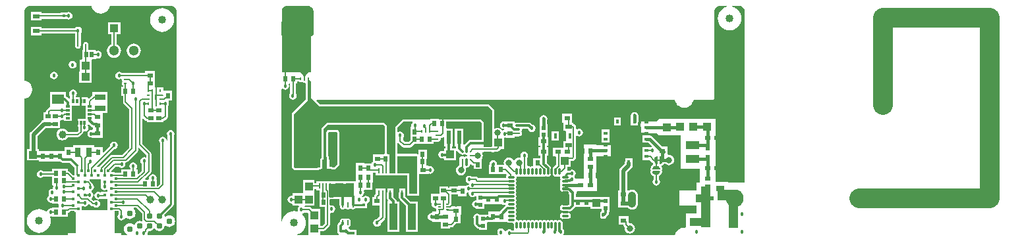
<source format=gtl>
G04*
G04 #@! TF.GenerationSoftware,Altium Limited,Altium NEXUS,3.1.14 (81)*
G04*
G04 Layer_Physical_Order=1*
G04 Layer_Color=255*
%FSLAX25Y25*%
%MOIN*%
G70*
G04*
G04 #@! TF.SameCoordinates,8D934BE8-6637-419B-8715-06A4025A7093*
G04*
G04*
G04 #@! TF.FilePolarity,Positive*
G04*
G01*
G75*
%ADD12C,0.00600*%
%ADD14C,0.01968*%
%ADD15C,0.01000*%
%ADD17C,0.00800*%
%ADD21C,0.00500*%
%ADD22R,0.03150X0.02362*%
%ADD26R,0.15256X0.15256*%
%ADD27R,0.02165X0.02559*%
%ADD28R,0.03347X0.05512*%
%ADD29R,0.02559X0.02165*%
%ADD30R,0.02717X0.04016*%
%ADD31R,0.08661X0.04134*%
%ADD32R,0.04134X0.03937*%
%ADD33R,0.03937X0.04331*%
%ADD34R,0.04016X0.02717*%
%ADD35R,0.04331X0.03937*%
%ADD36R,0.06929X0.04016*%
%ADD37R,0.03937X0.03937*%
%ADD38R,0.02362X0.03150*%
%ADD39R,0.03150X0.05118*%
%ADD40R,0.01575X0.01575*%
%ADD41R,0.22047X0.22047*%
%ADD42O,0.01102X0.03347*%
%ADD43O,0.03347X0.01102*%
%ADD44R,0.01968X0.01968*%
%ADD45R,0.01693X0.02756*%
%ADD46R,0.03248X0.01968*%
%ADD47R,0.03937X0.03937*%
G04:AMPARAMS|DCode=48|XSize=15.35mil|YSize=5.91mil|CornerRadius=1.48mil|HoleSize=0mil|Usage=FLASHONLY|Rotation=180.000|XOffset=0mil|YOffset=0mil|HoleType=Round|Shape=RoundedRectangle|*
%AMROUNDEDRECTD48*
21,1,0.01535,0.00295,0,0,180.0*
21,1,0.01240,0.00591,0,0,180.0*
1,1,0.00295,-0.00620,0.00148*
1,1,0.00295,0.00620,0.00148*
1,1,0.00295,0.00620,-0.00148*
1,1,0.00295,-0.00620,-0.00148*
%
%ADD48ROUNDEDRECTD48*%
%ADD49R,0.01102X0.01614*%
%ADD50R,0.01614X0.01102*%
%ADD51R,0.05906X0.05118*%
%ADD52R,0.05512X0.02953*%
%ADD53R,0.01181X0.02047*%
%ADD54R,0.02047X0.01181*%
%ADD55R,0.07087X0.07087*%
%ADD56R,0.01181X0.00787*%
%ADD57R,0.02362X0.07087*%
%ADD58C,0.01181*%
%ADD59R,0.01417X0.01339*%
G04:AMPARAMS|DCode=60|XSize=47.24mil|YSize=29.53mil|CornerRadius=1.92mil|HoleSize=0mil|Usage=FLASHONLY|Rotation=0.000|XOffset=0mil|YOffset=0mil|HoleType=Round|Shape=RoundedRectangle|*
%AMROUNDEDRECTD60*
21,1,0.04724,0.02569,0,0,0.0*
21,1,0.04341,0.02953,0,0,0.0*
1,1,0.00384,0.02170,-0.01284*
1,1,0.00384,-0.02170,-0.01284*
1,1,0.00384,-0.02170,0.01284*
1,1,0.00384,0.02170,0.01284*
%
%ADD60ROUNDEDRECTD60*%
G04:AMPARAMS|DCode=61|XSize=9.84mil|YSize=23.62mil|CornerRadius=1.97mil|HoleSize=0mil|Usage=FLASHONLY|Rotation=0.000|XOffset=0mil|YOffset=0mil|HoleType=Round|Shape=RoundedRectangle|*
%AMROUNDEDRECTD61*
21,1,0.00984,0.01968,0,0,0.0*
21,1,0.00591,0.02362,0,0,0.0*
1,1,0.00394,0.00295,-0.00984*
1,1,0.00394,-0.00295,-0.00984*
1,1,0.00394,-0.00295,0.00984*
1,1,0.00394,0.00295,0.00984*
%
%ADD61ROUNDEDRECTD61*%
%ADD62R,0.00984X0.02756*%
%ADD63R,0.12992X0.06693*%
%ADD64R,0.03858X0.13386*%
%ADD65R,0.03937X0.11417*%
%ADD66R,0.05315X0.06496*%
G04:AMPARAMS|DCode=67|XSize=15.35mil|YSize=5.91mil|CornerRadius=1.48mil|HoleSize=0mil|Usage=FLASHONLY|Rotation=90.000|XOffset=0mil|YOffset=0mil|HoleType=Round|Shape=RoundedRectangle|*
%AMROUNDEDRECTD67*
21,1,0.01535,0.00295,0,0,90.0*
21,1,0.01240,0.00591,0,0,90.0*
1,1,0.00295,0.00148,0.00620*
1,1,0.00295,0.00148,-0.00620*
1,1,0.00295,-0.00148,-0.00620*
1,1,0.00295,-0.00148,0.00620*
%
%ADD67ROUNDEDRECTD67*%
%ADD68R,0.01968X0.02756*%
%ADD69R,0.03347X0.02362*%
%ADD70R,0.15000X0.19685*%
%ADD73C,0.00787*%
%ADD74C,0.00800*%
%ADD127C,0.04000*%
%ADD134R,0.01575X0.02165*%
%ADD135R,0.02165X0.01968*%
%ADD136R,0.02165X0.01575*%
%ADD137C,0.03937*%
%ADD138C,0.03098*%
%ADD139C,0.01500*%
%ADD140C,0.01800*%
%ADD141C,0.01200*%
%ADD142C,0.01600*%
%ADD143C,0.02000*%
%ADD144C,0.09843*%
%ADD145C,0.00700*%
%ADD146C,0.01201*%
%ADD147C,0.04000*%
%ADD148R,0.04626X0.21120*%
%ADD149R,0.03583X0.07658*%
%ADD150R,0.08957X0.05713*%
%ADD151R,0.04626X0.15962*%
%ADD152R,0.08740X0.03987*%
%ADD153R,0.12500X0.07100*%
%ADD154R,0.10000X0.08713*%
%ADD155R,0.13300X0.04000*%
%ADD156C,0.03200*%
%ADD157C,0.05118*%
%ADD158C,0.01800*%
%ADD159C,0.02200*%
%ADD160C,0.09000*%
%ADD161C,0.09843*%
%ADD162C,0.01968*%
G36*
X75712Y117169D02*
X76279Y116934D01*
X76789Y116594D01*
X77223Y116159D01*
X77564Y115649D01*
X77799Y115082D01*
X77919Y114480D01*
Y106574D01*
X77904Y106500D01*
X77672Y2722D01*
X77564Y2461D01*
X77223Y1951D01*
X76789Y1517D01*
X76279Y1176D01*
X75712Y941D01*
X75110Y821D01*
X63216D01*
X63059Y1115D01*
X62995Y1321D01*
X63125Y1975D01*
X63165Y2015D01*
X63165Y2015D01*
X63475Y2478D01*
X63574Y2978D01*
X63616Y3020D01*
X64100Y2923D01*
X65095Y3121D01*
X65938Y3685D01*
X66299Y4225D01*
X66901D01*
X67262Y3685D01*
X68105Y3121D01*
X69100Y2923D01*
X70095Y3121D01*
X70938Y3685D01*
X71501Y4528D01*
X71699Y5522D01*
X72155Y5796D01*
X72612Y5445D01*
X73330Y5148D01*
X74100Y5046D01*
X74870Y5148D01*
X75588Y5445D01*
X76205Y5918D01*
X76678Y6534D01*
X76975Y7252D01*
X77076Y8022D01*
X76975Y8793D01*
X76678Y9511D01*
X76205Y10127D01*
X75588Y10600D01*
X74870Y10897D01*
X74100Y10999D01*
X73330Y10897D01*
X72612Y10600D01*
X72155Y10249D01*
X71699Y10522D01*
X71569Y11178D01*
X75885Y15494D01*
X76216Y15990D01*
X76332Y16576D01*
Y51231D01*
X76593Y51621D01*
X76740Y52362D01*
X76593Y53104D01*
X76173Y53732D01*
X75545Y54152D01*
X74803Y54299D01*
X74062Y54152D01*
X73433Y53732D01*
X73013Y53104D01*
X72866Y52362D01*
X73013Y51621D01*
X73274Y51231D01*
Y49017D01*
X72774Y48968D01*
X72656Y49560D01*
X72236Y50189D01*
X71608Y50609D01*
X70866Y50756D01*
X70125Y50609D01*
X69496Y50189D01*
X69076Y49560D01*
X68929Y48819D01*
X69076Y48078D01*
X69496Y47449D01*
X69592Y47385D01*
Y26937D01*
X68353Y25698D01*
X67831D01*
Y29051D01*
X67831D01*
X67612Y29551D01*
X67685Y29921D01*
X67538Y30663D01*
X67118Y31291D01*
X66489Y31711D01*
X65748Y31859D01*
X65007Y31711D01*
X64378Y31291D01*
X63958Y30663D01*
X63811Y29921D01*
X63884Y29551D01*
X63489Y29051D01*
X62037D01*
X61846Y29513D01*
X64681Y32348D01*
X64957Y32762D01*
X65054Y33249D01*
Y42126D01*
X64957Y42614D01*
X64681Y43027D01*
X60330Y47378D01*
Y59862D01*
X60830Y60070D01*
X61672Y59227D01*
X62135Y58917D01*
X62681Y58809D01*
Y58153D01*
X71177D01*
Y58847D01*
X71530Y58917D01*
X71993Y59227D01*
X73057Y60291D01*
X73057Y60291D01*
X73366Y60754D01*
X73475Y61300D01*
X73475Y61300D01*
Y66433D01*
X73837Y66975D01*
X73984Y67716D01*
X73837Y68458D01*
X73717Y68638D01*
X73984Y69138D01*
X75631D01*
Y74287D01*
X71541D01*
X71269Y74287D01*
X71041Y74693D01*
Y75882D01*
X67939D01*
Y72268D01*
X70974Y72268D01*
X71235Y71848D01*
X71067Y71433D01*
X67939D01*
Y69465D01*
X67939D01*
Y66256D01*
X67104D01*
Y69465D01*
X66980D01*
Y72268D01*
X67104D01*
Y75882D01*
X66900D01*
Y79804D01*
Y84166D01*
X61751D01*
Y83317D01*
X50009D01*
X49467Y83679D01*
X48726Y83827D01*
X47984Y83679D01*
X47356Y83260D01*
X46936Y82631D01*
X46788Y81890D01*
X46936Y81148D01*
X47356Y80520D01*
X47984Y80100D01*
X48726Y79953D01*
X49467Y80100D01*
X49704Y80258D01*
X49949Y80160D01*
X50176Y79972D01*
Y79774D01*
X50265Y79326D01*
X50513Y78937D01*
X50265Y78548D01*
X50176Y78100D01*
Y77805D01*
X50265Y77357D01*
X50519Y76978D01*
X50692Y76862D01*
Y76134D01*
X49886D01*
Y71575D01*
X50693D01*
Y68533D01*
X50790Y68046D01*
X51066Y67632D01*
X53844Y64855D01*
Y45287D01*
X50217Y41660D01*
X45110D01*
X44622Y41563D01*
X44208Y41286D01*
X38823Y35901D01*
X38547Y35488D01*
X38542Y35463D01*
X37657D01*
X37465Y35925D01*
X46061Y44520D01*
X46063Y44519D01*
X46804Y44667D01*
X47433Y45087D01*
X47853Y45715D01*
X48000Y46457D01*
X47853Y47198D01*
X47433Y47826D01*
X46804Y48246D01*
X46063Y48394D01*
X45322Y48246D01*
X44693Y47826D01*
X44273Y47198D01*
X44126Y46457D01*
X44170Y46234D01*
X40832Y42896D01*
X40370Y43087D01*
Y45488D01*
X37491D01*
X37358Y45515D01*
X37225Y45488D01*
X36039D01*
Y46472D01*
X30890D01*
Y46472D01*
X30527D01*
Y46472D01*
X25378D01*
Y45488D01*
X21047D01*
Y43520D01*
X8087D01*
Y44701D01*
X7535D01*
Y51130D01*
X11582Y55178D01*
X14239D01*
Y55162D01*
X18798D01*
Y58975D01*
X19017Y59218D01*
X19298Y59369D01*
X19672Y59295D01*
X20360Y59432D01*
X20507Y59399D01*
X20860Y59210D01*
Y58742D01*
X24907D01*
Y62679D01*
Y66735D01*
X28962D01*
Y70782D01*
X26831D01*
Y71530D01*
X27193Y72072D01*
X27340Y72813D01*
X27193Y73555D01*
X26773Y74183D01*
X26144Y74603D01*
X25403Y74751D01*
X24662Y74603D01*
X24033Y74183D01*
X23613Y73555D01*
X23466Y72813D01*
X23613Y72072D01*
X23976Y71530D01*
Y70782D01*
X23813D01*
Y70320D01*
X23351Y70129D01*
X22459Y71021D01*
X21930Y71374D01*
X21724Y71415D01*
Y73426D01*
X13819D01*
Y66308D01*
X12814Y65303D01*
Y65279D01*
X12009Y64474D01*
X11699Y64011D01*
X11591Y63465D01*
X11158Y63280D01*
X10575D01*
Y59199D01*
X9981Y59081D01*
X9325Y58643D01*
X4081Y53399D01*
X3643Y52743D01*
X3489Y51968D01*
Y44701D01*
X2150D01*
Y38764D01*
X8055D01*
Y38370D01*
X18772D01*
X18971Y38170D01*
X19500Y37817D01*
X20125Y37693D01*
X23899D01*
X26204Y35388D01*
Y31497D01*
X26204Y31496D01*
X25778Y31230D01*
X25468D01*
X23620Y33078D01*
X23207Y33354D01*
X22883Y33419D01*
Y34456D01*
X14780D01*
Y33317D01*
X10339D01*
X9797Y33680D01*
X9055Y33827D01*
X8314Y33680D01*
X7685Y33260D01*
X7265Y32631D01*
X7118Y31890D01*
X7265Y31148D01*
X7685Y30520D01*
X8314Y30100D01*
X9055Y29952D01*
X9797Y30100D01*
X10339Y30462D01*
X14780D01*
Y26197D01*
X15137D01*
X15394Y25785D01*
X15390Y25697D01*
X15247Y24980D01*
X15299Y24717D01*
X15200Y24617D01*
X14861Y24358D01*
X14219Y24231D01*
X13591Y23811D01*
X13171Y23182D01*
X13023Y22441D01*
X13171Y21700D01*
X13288Y21524D01*
X13121Y20874D01*
X12803Y20661D01*
X12383Y20033D01*
X12236Y19291D01*
X12383Y18550D01*
X12803Y17921D01*
X13432Y17502D01*
X14173Y17354D01*
X14394Y17398D01*
X14780Y17081D01*
Y16797D01*
X17926D01*
X18258Y16297D01*
X18157Y15791D01*
X18263Y15256D01*
X17945Y14756D01*
X14780D01*
Y14756D01*
X14446Y14481D01*
X14173Y14536D01*
X13432Y14388D01*
X12803Y13968D01*
X12383Y13340D01*
X12340Y13123D01*
X11791Y12926D01*
X11564Y13113D01*
X10522Y13670D01*
X9391Y14013D01*
X8215Y14129D01*
X7039Y14013D01*
X5908Y13670D01*
X4865Y13113D01*
X3952Y12363D01*
X3202Y11450D01*
X2645Y10407D01*
X2302Y9276D01*
X2186Y8100D01*
X2302Y6924D01*
X2645Y5793D01*
X3202Y4750D01*
X3952Y3837D01*
X4865Y3087D01*
X5908Y2530D01*
X7039Y2187D01*
X8215Y2071D01*
X9391Y2187D01*
X10522Y2530D01*
X11564Y3087D01*
X12478Y3837D01*
X13228Y4750D01*
X13785Y5793D01*
X14128Y6924D01*
X14244Y8100D01*
X14128Y9276D01*
X13911Y9991D01*
X14228Y10475D01*
X14322Y10489D01*
X14780Y10197D01*
Y10197D01*
X22883D01*
Y12276D01*
X23149Y12329D01*
X23562Y12605D01*
X24067Y13109D01*
X26224D01*
Y12596D01*
X26800D01*
Y2000D01*
X22900D01*
Y821D01*
X3630D01*
X3028Y941D01*
X2461Y1176D01*
X1951Y1517D01*
X1517Y1951D01*
X1176Y2461D01*
X941Y3028D01*
X821Y3630D01*
Y3937D01*
Y70133D01*
X1284Y70226D01*
X1377Y70264D01*
X1475Y70284D01*
X2152Y70564D01*
X2236Y70620D01*
X2329Y70658D01*
X2938Y71065D01*
X3009Y71136D01*
X3093Y71192D01*
X3611Y71710D01*
X3667Y71794D01*
X3738Y71865D01*
X4145Y72474D01*
X4183Y72567D01*
X4239Y72651D01*
X4520Y73328D01*
X4539Y73426D01*
X4578Y73519D01*
X4721Y74238D01*
Y74313D01*
X4739Y74387D01*
X4757Y74753D01*
X4750Y74803D01*
X4757Y74853D01*
X4739Y75220D01*
X4721Y75293D01*
Y75368D01*
X4578Y76087D01*
X4539Y76180D01*
X4520Y76279D01*
X4239Y76956D01*
X4183Y77039D01*
X4145Y77132D01*
X3738Y77741D01*
X3667Y77812D01*
X3611Y77896D01*
X3093Y78414D01*
X3009Y78470D01*
X2938Y78541D01*
X2329Y78948D01*
X2236Y78987D01*
X2152Y79042D01*
X1475Y79323D01*
X1377Y79342D01*
X1284Y79381D01*
X821Y79473D01*
Y114173D01*
Y114480D01*
X941Y115082D01*
X1176Y115649D01*
X1517Y116159D01*
X1951Y116594D01*
X2461Y116934D01*
X3028Y117169D01*
X3630Y117289D01*
X34697D01*
X34931Y116416D01*
X34990Y116296D01*
X35033Y116170D01*
X35521Y115324D01*
X35609Y115224D01*
X35683Y115113D01*
X36373Y114423D01*
X36484Y114349D01*
X36584Y114261D01*
X37430Y113773D01*
X37556Y113730D01*
X37675Y113671D01*
X38618Y113419D01*
X38751Y113410D01*
X38882Y113384D01*
X39858D01*
X39989Y113410D01*
X40122Y113419D01*
X41065Y113671D01*
X41184Y113730D01*
X41311Y113773D01*
X42156Y114261D01*
X42256Y114349D01*
X42367Y114423D01*
X43057Y115113D01*
X43131Y115224D01*
X43219Y115324D01*
X43707Y116170D01*
X43750Y116296D01*
X43809Y116416D01*
X44043Y117289D01*
X75110D01*
X75712Y117169D01*
D02*
G37*
G36*
X363114D02*
X363681Y116934D01*
X364191Y116594D01*
X364625Y116159D01*
X364966Y115649D01*
X365050Y115446D01*
X365054Y113398D01*
X365066Y107551D01*
X365143Y70598D01*
X365231Y27913D01*
X364878Y27559D01*
X356862Y27559D01*
Y27982D01*
X355059D01*
X354862Y28021D01*
X351279D01*
X351082Y27982D01*
X350394D01*
X350394Y51937D01*
X350425D01*
Y59874D01*
X328315D01*
Y59874D01*
X322016D01*
Y59842D01*
X321946D01*
X320765Y58661D01*
X312598D01*
Y58381D01*
X312364D01*
X312364Y52806D01*
X312598Y52756D01*
X312843Y52756D01*
X314782D01*
X315446Y52668D01*
X320853D01*
X321946Y51575D01*
X322016D01*
Y51543D01*
X329953D01*
Y51575D01*
X332677D01*
X332677Y34716D01*
X342520D01*
Y27559D01*
X340945Y27559D01*
Y23442D01*
X332281D01*
Y15945D01*
X335413Y15945D01*
X340945D01*
Y11811D01*
X335413D01*
X335413Y5192D01*
X335393Y5125D01*
X335134Y4726D01*
X334158D01*
X334027Y4700D01*
X333894Y4691D01*
X332951Y4439D01*
X332831Y4380D01*
X332705Y4337D01*
X331860Y3849D01*
X331760Y3761D01*
X331649Y3687D01*
X330959Y2997D01*
X330885Y2886D01*
X330797Y2786D01*
X330309Y1940D01*
X330266Y1814D01*
X330207Y1695D01*
X329973Y821D01*
X273763D01*
X273522Y1321D01*
X273814Y1759D01*
X273962Y2500D01*
X273814Y3241D01*
X273394Y3870D01*
X273250Y3966D01*
Y5776D01*
X273152Y6271D01*
Y6946D01*
X273031Y7552D01*
X272689Y8065D01*
X272175Y8408D01*
X271570Y8528D01*
X270965Y8408D01*
X270586Y8154D01*
X270207Y8408D01*
X269602Y8528D01*
X268997Y8408D01*
X268618Y8154D01*
X268238Y8408D01*
X267633Y8528D01*
X267028Y8408D01*
X266649Y8154D01*
X266270Y8408D01*
X265665Y8528D01*
X265059Y8408D01*
X264680Y8154D01*
X264301Y8408D01*
X263696Y8528D01*
X263091Y8408D01*
X262712Y8154D01*
X262333Y8408D01*
X261728Y8528D01*
X261122Y8408D01*
X260743Y8154D01*
X260364Y8408D01*
X259759Y8528D01*
X259154Y8408D01*
X258775Y8154D01*
X258396Y8408D01*
X257791Y8528D01*
X257185Y8408D01*
X256806Y8154D01*
X256427Y8408D01*
X255822Y8528D01*
X255217Y8408D01*
X254838Y8154D01*
X254459Y8408D01*
X253854Y8528D01*
X253248Y8408D01*
X252869Y8154D01*
X252490Y8408D01*
X251885Y8528D01*
X251280Y8408D01*
X250901Y8154D01*
X250522Y8408D01*
X249917Y8528D01*
X249703Y8995D01*
X249646Y9284D01*
X249392Y9663D01*
X249646Y10042D01*
X249766Y10647D01*
X249646Y11253D01*
X249392Y11631D01*
X249646Y12010D01*
X249766Y12616D01*
X249646Y13221D01*
X249392Y13600D01*
X249646Y13979D01*
X249766Y14584D01*
X249646Y15190D01*
X249392Y15568D01*
X249646Y15947D01*
X249766Y16553D01*
X249646Y17158D01*
X249392Y17537D01*
X249646Y17916D01*
X249766Y18521D01*
X249646Y19127D01*
X249392Y19505D01*
X249646Y19884D01*
X249766Y20490D01*
X249646Y21095D01*
X249392Y21474D01*
X249646Y21853D01*
X249766Y22458D01*
X249646Y23064D01*
X249392Y23442D01*
X249646Y23821D01*
X249766Y24427D01*
X249646Y25032D01*
X249392Y25411D01*
X249646Y25790D01*
X249766Y26395D01*
X249646Y27000D01*
X249392Y27380D01*
X249646Y27758D01*
X249766Y28364D01*
X249646Y28969D01*
X249392Y29348D01*
X249646Y29727D01*
X249703Y30016D01*
X249917Y30483D01*
X250522Y30603D01*
X250901Y30857D01*
X251280Y30603D01*
X251885Y30483D01*
X252490Y30603D01*
X252869Y30857D01*
X253248Y30603D01*
X253854Y30483D01*
X254459Y30603D01*
X254838Y30857D01*
X255217Y30603D01*
X255822Y30483D01*
X256427Y30603D01*
X256806Y30857D01*
X257185Y30603D01*
X257791Y30483D01*
X258396Y30603D01*
X258775Y30857D01*
X259154Y30603D01*
X259759Y30483D01*
X260364Y30603D01*
X260743Y30857D01*
X261122Y30603D01*
X261728Y30483D01*
X262333Y30603D01*
X262712Y30857D01*
X263091Y30603D01*
X263696Y30483D01*
X264301Y30603D01*
X264680Y30857D01*
X265059Y30603D01*
X265665Y30483D01*
X266270Y30603D01*
X266783Y30946D01*
X267126Y31459D01*
X267246Y32065D01*
Y32936D01*
X267296Y33187D01*
Y34862D01*
X267172Y35487D01*
X266818Y36016D01*
X265156Y37678D01*
Y41126D01*
X265961D01*
Y45488D01*
X265156D01*
Y46244D01*
X265961D01*
Y50606D01*
X265370D01*
Y53331D01*
Y57299D01*
X265170D01*
Y59093D01*
X265176Y59101D01*
X265323Y59842D01*
X265176Y60584D01*
X264756Y61212D01*
X264127Y61632D01*
X263386Y61780D01*
X262645Y61632D01*
X262016Y61212D01*
X261596Y60584D01*
X261449Y59842D01*
X261596Y59101D01*
X261601Y59093D01*
Y57299D01*
X261402D01*
Y53331D01*
Y50606D01*
X260811D01*
Y46244D01*
X261893D01*
Y45488D01*
X260811D01*
Y41126D01*
X261893D01*
Y39932D01*
X258310D01*
Y36181D01*
X257924Y35864D01*
X257791Y35890D01*
X257185Y35770D01*
X256806Y35517D01*
X256427Y35770D01*
X255822Y35890D01*
X255668Y35860D01*
X255281Y36177D01*
Y40306D01*
X255450Y40559D01*
X255597Y41300D01*
X255450Y42041D01*
X255030Y42670D01*
X254401Y43090D01*
X253660Y43237D01*
X252919Y43090D01*
X252290Y42670D01*
X251870Y42041D01*
X251723Y41300D01*
X251840Y40708D01*
X251577Y40351D01*
X251462Y40270D01*
X251060Y40322D01*
X250381Y40233D01*
X249749Y39971D01*
X249205Y39554D01*
X248789Y39011D01*
X248730Y38870D01*
X248189D01*
X248131Y39011D01*
X247714Y39554D01*
X247171Y39971D01*
X246539Y40233D01*
X245860Y40322D01*
X245181Y40233D01*
X244549Y39971D01*
X244005Y39554D01*
X243589Y39011D01*
X243327Y38379D01*
X243237Y37700D01*
X243325Y37031D01*
X243335Y36926D01*
X243015Y36531D01*
X240279D01*
X239961Y36918D01*
X239978Y37002D01*
X239831Y37744D01*
X239411Y38372D01*
X238782Y38792D01*
X238041Y38940D01*
X237300Y38792D01*
X236671Y38372D01*
X236251Y37744D01*
X236104Y37002D01*
X236121Y36918D01*
X235803Y36531D01*
X235713D01*
Y31972D01*
X243815D01*
Y31972D01*
X244168Y32118D01*
X244823Y31463D01*
X244822Y31451D01*
X244479Y30937D01*
X244359Y30332D01*
X244389Y30178D01*
X244072Y29791D01*
X230553D01*
X230201Y30143D01*
X229738Y30453D01*
X229192Y30561D01*
X229163Y30555D01*
X229134Y30561D01*
X227268D01*
X226726Y30924D01*
X225984Y31071D01*
X225243Y30924D01*
X224614Y30504D01*
X224195Y29875D01*
X224047Y29134D01*
X224195Y28392D01*
X224614Y27764D01*
X225243Y27344D01*
X225349Y27323D01*
X225659Y26804D01*
X225487Y26326D01*
X224849Y26199D01*
X224256Y25803D01*
X220260D01*
Y25674D01*
X215854D01*
Y25014D01*
X215213D01*
Y25664D01*
X210654D01*
Y21768D01*
X206382D01*
Y17602D01*
X206534D01*
X206837Y17102D01*
X206724Y16535D01*
X206872Y15794D01*
X207292Y15166D01*
X207920Y14746D01*
X208661Y14598D01*
X208888Y14643D01*
X209275Y14326D01*
Y12811D01*
X207268D01*
Y12453D01*
X206881Y12136D01*
X206693Y12173D01*
X205952Y12026D01*
X205323Y11606D01*
X204903Y10978D01*
X204756Y10236D01*
X204903Y9495D01*
X205323Y8866D01*
X205952Y8446D01*
X206693Y8299D01*
X206881Y8337D01*
X207268Y8019D01*
Y7661D01*
X211500D01*
Y4217D01*
X216059D01*
Y4931D01*
X216792D01*
X216792Y4931D01*
X217338Y5040D01*
X217801Y5349D01*
X219227Y6776D01*
X221374D01*
Y11205D01*
X221866D01*
Y15567D01*
X216717D01*
X216554Y15750D01*
X216543Y16219D01*
X216853Y16682D01*
X216961Y17228D01*
Y21509D01*
X220260D01*
Y20653D01*
X224622D01*
Y22216D01*
X225122Y22565D01*
X225590Y22472D01*
X225626Y22068D01*
X225622Y22047D01*
X225769Y21306D01*
X226189Y20677D01*
X226818Y20257D01*
X227559Y20110D01*
X228300Y20257D01*
X228929Y20677D01*
X229012Y20801D01*
X229512Y20650D01*
Y18783D01*
X229134Y18473D01*
X228393Y18325D01*
X227764Y17905D01*
X227344Y17277D01*
X227197Y16535D01*
X227344Y15794D01*
X227764Y15166D01*
X228393Y14746D01*
X229114Y14602D01*
X229512Y14354D01*
X229512Y14354D01*
X229512Y14354D01*
X233480D01*
Y16716D01*
X241945D01*
X241945Y16716D01*
X242428Y16676D01*
X242959Y16320D01*
X243701Y16173D01*
X244030Y16239D01*
X244225Y15767D01*
X244151Y15718D01*
X241244Y12811D01*
X235614D01*
Y11666D01*
X235228Y11349D01*
X235039Y11386D01*
X234298Y11239D01*
X234295Y11236D01*
X231255D01*
X230663Y11632D01*
X229921Y11780D01*
X229180Y11632D01*
X228551Y11212D01*
X228132Y10584D01*
X227984Y9843D01*
X228132Y9101D01*
X228290Y8864D01*
Y6669D01*
X228414Y6044D01*
X228768Y5515D01*
X229766Y4517D01*
X230295Y4164D01*
X230693Y4084D01*
Y3724D01*
X234661D01*
Y5466D01*
X234702Y5671D01*
X234661Y5876D01*
Y7077D01*
X235039Y7512D01*
X235781Y7659D01*
X235784Y7661D01*
X244307D01*
X244307Y7661D01*
Y7661D01*
X244795Y7601D01*
X244822Y7560D01*
X245335Y7218D01*
X245940Y7097D01*
X247855D01*
X248220Y6983D01*
X248335Y6617D01*
Y4702D01*
X248456Y4097D01*
X248591Y3894D01*
X248324Y3394D01*
X247345D01*
X246803Y3757D01*
X246061Y3904D01*
X245320Y3757D01*
X244692Y3337D01*
X244314Y2771D01*
X244061Y2759D01*
X243793Y2824D01*
X243732Y3135D01*
X243312Y3763D01*
X242683Y4183D01*
X241942Y4331D01*
X241200Y4183D01*
X240572Y3763D01*
X240152Y3135D01*
X240005Y2394D01*
X240152Y1652D01*
X240373Y1321D01*
X240106Y821D01*
X168727D01*
Y3567D01*
X167106D01*
X166949Y3598D01*
X165378D01*
X164996Y4170D01*
X164508Y4496D01*
X164660Y4995D01*
X164754D01*
X165221Y5088D01*
X165617Y5353D01*
X165882Y5749D01*
X165975Y6216D01*
Y8184D01*
X165882Y8651D01*
X165617Y9047D01*
X165221Y9312D01*
X164754Y9405D01*
X164164D01*
X163697Y9312D01*
X163549Y9213D01*
X163180Y9088D01*
X162810Y9213D01*
X162662Y9312D01*
X162195Y9405D01*
X161605D01*
X161138Y9312D01*
X160742Y9047D01*
X160477Y8651D01*
X160384Y8184D01*
Y7782D01*
X160319Y7453D01*
X159572Y6706D01*
X159219Y6177D01*
X159095Y5553D01*
Y2800D01*
X159219Y2176D01*
X159572Y1647D01*
X159669Y1582D01*
X159796Y903D01*
X159739Y821D01*
X150958D01*
X150568Y1088D01*
Y2979D01*
X152027D01*
X152515Y3076D01*
X152928Y3352D01*
X155001Y5425D01*
X155278Y5839D01*
X155375Y6327D01*
Y11994D01*
X155761Y12311D01*
X156069Y12250D01*
X156810Y12397D01*
X157438Y12817D01*
X157858Y13446D01*
X158006Y14187D01*
X157858Y14928D01*
X157438Y15557D01*
X156810Y15977D01*
X156069Y16124D01*
X155761Y16063D01*
X155375Y16380D01*
Y19080D01*
X160269D01*
Y16255D01*
X160384Y15673D01*
Y15271D01*
X160477Y14804D01*
X160742Y14408D01*
X161138Y14143D01*
X161605Y14051D01*
X162195D01*
X162662Y14143D01*
X162810Y14242D01*
X163180Y14367D01*
X163549Y14242D01*
X163697Y14143D01*
X164164Y14051D01*
X164754D01*
X165221Y14143D01*
X165369Y14242D01*
X165739Y14367D01*
X166108Y14242D01*
X166256Y14143D01*
X166723Y14051D01*
X167313D01*
X167780Y14143D01*
X168176Y14408D01*
X168353Y14673D01*
X170691D01*
Y14533D01*
X174109D01*
Y17057D01*
X174363Y17108D01*
X174992Y17528D01*
X175412Y18156D01*
X175559Y18898D01*
X175412Y19639D01*
X174992Y20267D01*
X174363Y20687D01*
X173622Y20835D01*
X172881Y20687D01*
X172252Y20267D01*
X172246Y20258D01*
X171669Y20240D01*
X171601Y20326D01*
X171598Y20419D01*
X171695Y20892D01*
X172215Y21239D01*
X172635Y21868D01*
X172782Y22609D01*
X172635Y23351D01*
X172582Y23429D01*
X172850Y23929D01*
X176865D01*
Y27518D01*
X176995D01*
Y32609D01*
X178540D01*
Y31324D01*
X185442D01*
X185461Y31320D01*
X188382D01*
X188402Y31324D01*
X193335D01*
Y31332D01*
X194338D01*
Y29155D01*
Y23855D01*
X194395Y23420D01*
Y20887D01*
X196928D01*
X197364Y20830D01*
X197800Y20887D01*
X200332D01*
Y23420D01*
X200390Y23855D01*
Y29155D01*
Y31763D01*
X205150D01*
Y31792D01*
X205650Y32145D01*
X206112Y32053D01*
X206853Y32201D01*
X207482Y32621D01*
X207902Y33249D01*
X208049Y33991D01*
X207902Y34732D01*
X207482Y35360D01*
X206853Y35780D01*
X206112Y35928D01*
X205650Y35836D01*
X205150Y36126D01*
Y36126D01*
X204265D01*
Y39720D01*
X204328D01*
Y44280D01*
X200162D01*
Y42368D01*
X200057Y42262D01*
X199662Y42035D01*
X199413Y42084D01*
X189433D01*
Y47495D01*
X189933Y47646D01*
X189936Y47642D01*
X191757Y45821D01*
X191757Y45821D01*
X192220Y45512D01*
X192766Y45403D01*
X195883D01*
X195883Y45403D01*
X196429Y45512D01*
X196892Y45821D01*
X198448Y47377D01*
X199862D01*
Y47377D01*
X207965D01*
Y48269D01*
X209613D01*
X210160Y48377D01*
X210161Y48378D01*
X210233D01*
X210681Y48467D01*
X211061Y48721D01*
X211315Y49101D01*
X211404Y49549D01*
Y49788D01*
X211562Y50237D01*
X212109Y50346D01*
X212572Y50655D01*
X212794Y50877D01*
X213256Y50686D01*
Y45942D01*
X213805D01*
Y44818D01*
X213171D01*
Y43927D01*
X212671Y43577D01*
X212205Y43670D01*
X211463Y43522D01*
X210835Y43102D01*
X210415Y42474D01*
X210267Y41732D01*
X210415Y40991D01*
X210835Y40363D01*
X211463Y39942D01*
X212205Y39795D01*
X212671Y39888D01*
X213171Y39537D01*
Y38881D01*
X219108D01*
Y43639D01*
X219566Y43794D01*
X219608Y43795D01*
X221307Y42096D01*
X221836Y41743D01*
X222461Y41618D01*
X223085Y41743D01*
X223445Y41983D01*
X223805Y41743D01*
X224337Y41637D01*
X224388Y41600D01*
X224435Y41512D01*
Y41050D01*
X224388Y40962D01*
X224337Y40926D01*
X223805Y40820D01*
X223436Y40574D01*
X223081Y40811D01*
X222461Y40934D01*
X221840Y40811D01*
X221314Y40459D01*
X220962Y39933D01*
X220839Y39313D01*
X220960Y38703D01*
Y36385D01*
X220342Y36129D01*
X219799Y35713D01*
X219382Y35170D01*
X219121Y34537D01*
X219031Y33858D01*
X219121Y33180D01*
X219382Y32547D01*
X219799Y32004D01*
X220342Y31587D01*
X220975Y31325D01*
X221654Y31236D01*
X222332Y31325D01*
X222965Y31587D01*
X223508Y32004D01*
X223925Y32547D01*
X224187Y33180D01*
X224276Y33858D01*
X224187Y34537D01*
X224138Y34654D01*
X224499Y35089D01*
X225151Y35218D01*
X225779Y35638D01*
X226199Y36266D01*
X226285Y36699D01*
X226828Y36864D01*
X227093Y36599D01*
X227093Y36599D01*
X227556Y36289D01*
X228011Y36199D01*
Y34449D01*
X232177D01*
Y39008D01*
X232177D01*
X232028Y39446D01*
X232011Y39508D01*
X232365Y39970D01*
X232627Y40602D01*
X232716Y41281D01*
X232627Y41960D01*
X232400Y42508D01*
X232603Y43008D01*
X239771D01*
X239771Y43008D01*
X240317Y43117D01*
X240780Y43426D01*
X241603Y44249D01*
X241844Y44610D01*
X243563D01*
Y50312D01*
X243701Y50425D01*
X244119Y50508D01*
X244248Y50403D01*
Y50403D01*
X248807D01*
Y51058D01*
X250727D01*
X251273Y51167D01*
X251275Y51168D01*
X251347D01*
X251795Y51257D01*
X252174Y51510D01*
X252428Y51890D01*
X252517Y52338D01*
Y52633D01*
X252428Y53081D01*
X252180Y53470D01*
X252428Y53859D01*
X252517Y54306D01*
Y54602D01*
X252673Y54791D01*
X255338D01*
X255675Y54454D01*
X255691Y54377D01*
X256111Y53748D01*
X256739Y53328D01*
X257480Y53181D01*
X258222Y53328D01*
X258850Y53748D01*
X259270Y54377D01*
X259418Y55118D01*
X259270Y55860D01*
X258850Y56488D01*
X258222Y56908D01*
X257739Y57004D01*
X257167Y57576D01*
X256638Y57930D01*
X256014Y58054D01*
X249940D01*
X249315Y57930D01*
X249248Y57884D01*
X248807Y58120D01*
Y58505D01*
X244248D01*
X244248Y58505D01*
X243762Y58540D01*
X243274Y58637D01*
X242533Y58490D01*
X241904Y58070D01*
X241484Y57441D01*
X241337Y56700D01*
X241484Y55959D01*
X241904Y55330D01*
X242533Y54910D01*
X243274Y54763D01*
X243345Y54777D01*
X243587Y54515D01*
X243481Y54256D01*
X242959Y54152D01*
X242706Y53983D01*
X242429Y54067D01*
X242012Y54610D01*
X241469Y55027D01*
X240836Y55289D01*
X240158Y55378D01*
X239479Y55289D01*
X238921Y55058D01*
X238421Y55255D01*
Y64095D01*
X238344Y64486D01*
X238123Y64816D01*
X236076Y66863D01*
X235745Y67084D01*
X235355Y67161D01*
X150515D01*
X148598Y69079D01*
X148805Y69579D01*
X329973D01*
X330207Y68706D01*
X330266Y68586D01*
X330309Y68460D01*
X330797Y67615D01*
X330885Y67515D01*
X330959Y67404D01*
X331649Y66714D01*
X331760Y66640D01*
X331861Y66552D01*
X332706Y66064D01*
X332832Y66022D01*
X332951Y65962D01*
X333894Y65710D01*
X334027Y65701D01*
X334158Y65675D01*
X335134D01*
X335264Y65701D01*
X335397Y65710D01*
X336340Y65962D01*
X336459Y66022D01*
X336586Y66064D01*
X337431Y66552D01*
X337531Y66640D01*
X337642Y66714D01*
X338332Y67404D01*
X338406Y67515D01*
X338494Y67615D01*
X338982Y68460D01*
X339025Y68586D01*
X339084Y68706D01*
X339320Y69584D01*
X348801Y69579D01*
X348801Y69579D01*
X348802Y69579D01*
X349001Y69618D01*
X349191Y69656D01*
X349191Y69656D01*
X349192Y69656D01*
X349358Y69767D01*
X349522Y69877D01*
X349522Y69877D01*
X349523Y69877D01*
X349637Y70048D01*
X349743Y70208D01*
X349743Y70208D01*
X349744Y70208D01*
X349784Y70409D01*
X349821Y70598D01*
X349821Y70598D01*
X349821Y70598D01*
Y114173D01*
Y114480D01*
X349941Y115082D01*
X350176Y115649D01*
X350517Y116159D01*
X350951Y116594D01*
X351461Y116934D01*
X352028Y117169D01*
X352630Y117289D01*
X356270D01*
X356344Y116789D01*
X355293Y116470D01*
X354251Y115913D01*
X353337Y115163D01*
X352587Y114250D01*
X352030Y113207D01*
X351687Y112076D01*
X351571Y110900D01*
X351687Y109724D01*
X352030Y108593D01*
X352587Y107551D01*
X353337Y106637D01*
X354251Y105887D01*
X355293Y105330D01*
X356424Y104987D01*
X357600Y104871D01*
X358776Y104987D01*
X359907Y105330D01*
X360949Y105887D01*
X361863Y106637D01*
X362613Y107551D01*
X363170Y108593D01*
X363513Y109724D01*
X363629Y110900D01*
X363513Y112076D01*
X363170Y113207D01*
X362613Y114250D01*
X361863Y115163D01*
X360949Y115913D01*
X359907Y116470D01*
X358856Y116789D01*
X358930Y117289D01*
X362512D01*
X363114Y117169D01*
D02*
G37*
G36*
X144873D02*
X145440Y116934D01*
X145951Y116594D01*
X146385Y116159D01*
X146726Y115649D01*
X146961Y115082D01*
X147080Y114480D01*
Y114173D01*
X147080Y102986D01*
X146063Y101969D01*
X131486D01*
X130986Y102468D01*
X131013Y115446D01*
X131097Y115649D01*
X131438Y116159D01*
X131872Y116594D01*
X132382Y116934D01*
X132949Y117169D01*
X133551Y117289D01*
X144271D01*
X144873Y117169D01*
D02*
G37*
G36*
X142913Y81791D02*
X142913Y79429D01*
X142810Y79326D01*
X142328D01*
X142228Y79425D01*
X142228Y81787D01*
X140189Y83827D01*
X144949Y83827D01*
X142913Y81791D01*
D02*
G37*
G36*
X139656Y78752D02*
X140036Y78499D01*
X140484Y78410D01*
X140779D01*
X141227Y78499D01*
X141607Y78605D01*
X141779Y78490D01*
X141937Y78384D01*
X141937Y78384D01*
X141937Y78384D01*
X142140Y78344D01*
X142328Y78306D01*
X142328Y78306D01*
X142328Y78306D01*
X142575D01*
X143075Y77916D01*
X143075Y69714D01*
X136287Y62925D01*
X136066Y62595D01*
X135988Y62205D01*
X135988Y35660D01*
X136066Y35269D01*
X136287Y34938D01*
X136330Y34895D01*
Y34502D01*
X136723D01*
X137074Y34151D01*
X137405Y33930D01*
X137795Y33852D01*
X149108D01*
X149498Y33930D01*
X149829Y34151D01*
X149983Y34380D01*
X150600D01*
X150928Y34446D01*
X151601D01*
Y35304D01*
X151620Y35400D01*
Y39090D01*
X151902Y39373D01*
X152123Y39703D01*
X152201Y40093D01*
X152201Y54980D01*
X154254Y57034D01*
X182422Y57034D01*
X183286Y56170D01*
Y42563D01*
X183312Y42435D01*
X182984Y41960D01*
X182940Y41935D01*
X181262D01*
Y41837D01*
X177001D01*
Y38073D01*
X176644Y37835D01*
X176348Y37393D01*
X172895D01*
Y37447D01*
X168532D01*
Y32297D01*
Y28629D01*
X168412Y28179D01*
X167703D01*
X167500Y28220D01*
X155000D01*
X154791Y28178D01*
X148616D01*
Y27227D01*
X147632D01*
Y28806D01*
X141695D01*
Y22616D01*
X141695Y22476D01*
X141356Y22116D01*
X136437D01*
Y21108D01*
X136050Y20790D01*
X135827Y20835D01*
X135085Y20687D01*
X134457Y20267D01*
X134037Y19639D01*
X133890Y18898D01*
X134037Y18156D01*
X134457Y17528D01*
X135085Y17108D01*
X135827Y16960D01*
X136050Y17005D01*
X136437Y16688D01*
Y15786D01*
X139627D01*
X139779Y15286D01*
X139575Y15149D01*
X139155Y14521D01*
X139008Y13780D01*
X139104Y13296D01*
X138693Y12898D01*
X138376Y12994D01*
X137200Y13110D01*
X136024Y12994D01*
X134893Y12651D01*
X133850Y12094D01*
X132937Y11344D01*
X132187Y10431D01*
X131630Y9388D01*
X131287Y8258D01*
X131243Y7807D01*
X130743Y7832D01*
Y10487D01*
X130755Y10549D01*
X130766Y10602D01*
X130778Y10647D01*
X130777Y10657D01*
X130797Y10756D01*
X130797Y10756D01*
X130797Y10756D01*
X130805Y14720D01*
X130929Y74952D01*
X131197Y75087D01*
X131430Y75145D01*
X132008Y74759D01*
X132749Y74612D01*
X133490Y74759D01*
X134119Y75179D01*
X134539Y75807D01*
X134686Y76549D01*
X134539Y77290D01*
X134451Y77421D01*
X134719Y77921D01*
X135264D01*
Y73036D01*
X135244Y73023D01*
X134824Y72395D01*
X134677Y71653D01*
X134824Y70912D01*
X135244Y70284D01*
X135873Y69864D01*
X136614Y69716D01*
X137355Y69864D01*
X137984Y70284D01*
X138404Y70912D01*
X138551Y71653D01*
X138404Y72395D01*
X138119Y72822D01*
Y77921D01*
X138851D01*
Y78926D01*
X139541D01*
X139656Y78752D01*
D02*
G37*
G36*
X197247Y58002D02*
X197029Y57857D01*
X196609Y57228D01*
X196462Y56487D01*
X196530Y56144D01*
X196231Y55644D01*
X196231D01*
Y51936D01*
X196229D01*
Y49195D01*
X195292Y48258D01*
X193357D01*
X192372Y49243D01*
Y50291D01*
X192735Y50833D01*
X192882Y51575D01*
X192735Y52316D01*
X192315Y52945D01*
X191686Y53365D01*
X190945Y53512D01*
X190203Y53365D01*
X189933Y53184D01*
X189433Y53451D01*
Y55494D01*
X192442Y58502D01*
X197095D01*
X197247Y58002D01*
D02*
G37*
G36*
X232051Y57940D02*
X232051Y49209D01*
X226487D01*
X225863Y49085D01*
X225334Y48732D01*
X223433Y46830D01*
X222933Y47038D01*
Y55028D01*
X218570D01*
Y45942D01*
X219120D01*
Y45313D01*
X219111Y44956D01*
X218638Y44818D01*
X217068D01*
Y45942D01*
X217618D01*
Y55028D01*
X214716D01*
X214287Y55201D01*
Y58502D01*
X231489D01*
X232051Y57940D01*
D02*
G37*
G36*
X144862Y81007D02*
X144964Y80905D01*
X144964Y79972D01*
X145973Y78963D01*
Y70261D01*
X150093Y66142D01*
X235355D01*
X237402Y64095D01*
Y45863D01*
X233071D01*
X233071Y58362D01*
X231911Y59522D01*
X210350D01*
Y59760D01*
X206185D01*
Y59522D01*
X192019D01*
X188413Y55916D01*
Y41163D01*
X188394Y41065D01*
Y36080D01*
X188382D01*
Y32340D01*
X185461D01*
Y36080D01*
X185433D01*
Y41436D01*
X185428Y41441D01*
Y41935D01*
X184934D01*
X184306Y42563D01*
Y56592D01*
X182844Y58054D01*
X153832Y58054D01*
X151181Y55403D01*
X151181Y40093D01*
X150600Y39512D01*
Y39202D01*
X150388D01*
Y35560D01*
X149108D01*
Y34872D01*
X137795D01*
X137008Y35660D01*
X137008Y62205D01*
X144095Y69291D01*
X144095Y80807D01*
X144295Y81007D01*
X144862Y81007D01*
D02*
G37*
G36*
X62505Y41598D02*
Y40697D01*
X62005Y40403D01*
X61417Y40520D01*
X60676Y40372D01*
X60048Y39952D01*
X59628Y39324D01*
X59480Y38583D01*
X59628Y37841D01*
X60048Y37213D01*
X60143Y37149D01*
Y33599D01*
X58450Y31906D01*
X57988Y32097D01*
Y34169D01*
X57605D01*
X57417Y34669D01*
X57695Y35085D01*
X57843Y35827D01*
X57695Y36568D01*
X57275Y37197D01*
X56647Y37617D01*
X55905Y37764D01*
X55164Y37617D01*
X54536Y37197D01*
X54116Y36568D01*
X53968Y35827D01*
X54116Y35085D01*
X54394Y34669D01*
X54206Y34169D01*
X49886D01*
Y32526D01*
X46532D01*
Y32904D01*
X44858D01*
Y33444D01*
X46995Y35580D01*
X48716D01*
X49259Y35218D01*
X50000Y35071D01*
X50741Y35218D01*
X51370Y35638D01*
X51790Y36266D01*
X51937Y37008D01*
X51877Y37312D01*
X52297Y37761D01*
X52630Y37828D01*
X53044Y38104D01*
X57988Y43048D01*
X58264Y43461D01*
X58361Y43949D01*
Y45089D01*
X58823Y45280D01*
X62505Y41598D01*
D02*
G37*
G36*
X39610Y26424D02*
X39549Y26332D01*
X39401Y25591D01*
X39549Y24849D01*
X39969Y24221D01*
X40597Y23801D01*
X41339Y23653D01*
X42080Y23801D01*
X42457Y24053D01*
X42957Y23785D01*
Y22864D01*
X39610D01*
Y22864D01*
X39110Y22677D01*
X38941Y22790D01*
X38200Y22937D01*
X37459Y22790D01*
X36830Y22370D01*
X36410Y21741D01*
X36263Y21000D01*
X36410Y20259D01*
X36830Y19630D01*
X37459Y19210D01*
X38200Y19063D01*
X38941Y19210D01*
X39110Y19323D01*
X39610Y19289D01*
Y19289D01*
X42957D01*
Y15943D01*
Y13600D01*
X29799D01*
Y15514D01*
X29832Y15544D01*
X30299Y15736D01*
X30780Y15414D01*
X31522Y15267D01*
X32263Y15414D01*
X32891Y15834D01*
X33278Y16413D01*
X33433Y16500D01*
X33790Y16608D01*
X34499Y15899D01*
X34912Y15622D01*
X35400Y15526D01*
X35767D01*
X35830Y15430D01*
X36459Y15010D01*
X37200Y14863D01*
X37941Y15010D01*
X38570Y15430D01*
X38990Y16059D01*
X39137Y16800D01*
X38990Y17541D01*
X38570Y18170D01*
X37941Y18590D01*
X37200Y18737D01*
X36459Y18590D01*
X35832Y18171D01*
X34920Y19083D01*
X34983Y19726D01*
X35228Y19890D01*
X35648Y20518D01*
X35796Y21260D01*
X35648Y22001D01*
X35228Y22630D01*
X34835Y22892D01*
X34827Y23104D01*
X34896Y23453D01*
X35443Y23818D01*
X35863Y24447D01*
X36011Y25188D01*
X35863Y25929D01*
X35443Y26558D01*
X35348Y26621D01*
Y26699D01*
X35251Y27187D01*
X34975Y27600D01*
X33904Y28671D01*
X33668Y28829D01*
X33819Y29329D01*
X39610D01*
Y26424D01*
D02*
G37*
G36*
X60325Y12007D02*
Y8841D01*
X60422Y8353D01*
X60479Y8268D01*
X60119Y7908D01*
X60095Y7924D01*
X59100Y8122D01*
X58105Y7924D01*
X57262Y7360D01*
X56699Y6517D01*
X56651Y6278D01*
X56124Y6189D01*
X55588Y6600D01*
X54870Y6897D01*
X54100Y6999D01*
X53330Y6897D01*
X52612Y6600D01*
X51995Y6127D01*
X51522Y5511D01*
X51225Y4793D01*
X51124Y4022D01*
X51225Y3252D01*
X51522Y2534D01*
X51995Y1918D01*
X52612Y1445D01*
X52911Y1321D01*
X52811Y821D01*
X49891D01*
Y2000D01*
X46516D01*
Y12596D01*
X46532D01*
Y13109D01*
X48320D01*
X48616Y12813D01*
Y11765D01*
X48521Y11701D01*
X48101Y11072D01*
X47954Y10331D01*
X48101Y9590D01*
X48521Y8961D01*
X49149Y8541D01*
X49891Y8394D01*
X50632Y8541D01*
X51261Y8961D01*
X51665Y9567D01*
X51698Y9595D01*
X52221Y9745D01*
X52612Y9445D01*
X53330Y9148D01*
X54100Y9046D01*
X54870Y9148D01*
X55588Y9445D01*
X56204Y9918D01*
X56678Y10534D01*
X56975Y11252D01*
X57076Y12022D01*
X56975Y12793D01*
X56678Y13511D01*
X56204Y14127D01*
X56002Y14283D01*
X56172Y14783D01*
X57550D01*
X60325Y12007D01*
D02*
G37*
G36*
X148616Y23422D02*
X150049D01*
Y19780D01*
X150049D01*
Y15221D01*
X152825D01*
Y6854D01*
X151499Y5528D01*
X150568D01*
Y7281D01*
X150568Y7419D01*
Y7781D01*
X150568Y7919D01*
Y14112D01*
X146650D01*
X145973Y14789D01*
X145510Y15098D01*
X144964Y15207D01*
X144964Y15207D01*
X142614D01*
X142558Y15283D01*
X142810Y15783D01*
X147632D01*
Y21976D01*
X147632Y22114D01*
Y22476D01*
X147632Y22614D01*
Y24373D01*
X148616D01*
Y23422D01*
D02*
G37*
G36*
X144632Y11959D02*
Y7919D01*
X144632Y7781D01*
Y7419D01*
X144632Y7281D01*
Y1088D01*
X144242Y821D01*
X138955D01*
X138881Y1321D01*
X139507Y1511D01*
X140550Y2068D01*
X141463Y2818D01*
X142213Y3732D01*
X142770Y4774D01*
X143113Y5905D01*
X143229Y7081D01*
X143113Y8258D01*
X142770Y9388D01*
X142213Y10431D01*
X141463Y11344D01*
X141374Y11418D01*
X141508Y11954D01*
X141686Y11990D01*
X142228Y12352D01*
X144239D01*
X144632Y11959D01*
D02*
G37*
%LPC*%
G36*
X9465Y114189D02*
X4118D01*
Y109827D01*
X9465D01*
Y110679D01*
X19158D01*
Y110457D01*
X22424D01*
X22487Y110415D01*
X23228Y110267D01*
X23970Y110415D01*
X24598Y110835D01*
X25018Y111463D01*
X25166Y112205D01*
X25018Y112946D01*
X24598Y113575D01*
X23970Y113995D01*
X23228Y114142D01*
X22487Y113995D01*
X22189Y113795D01*
X19158D01*
Y113534D01*
X9465D01*
Y114189D01*
D02*
G37*
G36*
X70500Y116129D02*
X69324Y116013D01*
X68193Y115670D01*
X67150Y115113D01*
X66237Y114363D01*
X65487Y113450D01*
X64930Y112407D01*
X64587Y111276D01*
X64471Y110100D01*
X64587Y108924D01*
X64930Y107793D01*
X65487Y106751D01*
X66237Y105837D01*
X67150Y105087D01*
X68193Y104530D01*
X69324Y104187D01*
X70500Y104071D01*
X71676Y104187D01*
X72807Y104530D01*
X73849Y105087D01*
X74763Y105837D01*
X75513Y106751D01*
X76070Y107793D01*
X76413Y108924D01*
X76529Y110100D01*
X76413Y111276D01*
X76070Y112407D01*
X75513Y113450D01*
X74763Y114363D01*
X73849Y115113D01*
X72807Y115670D01*
X71676Y116013D01*
X70500Y116129D01*
D02*
G37*
G36*
X9465Y106709D02*
X4118D01*
Y102347D01*
X9465D01*
Y103199D01*
X26525D01*
Y97244D01*
X26634Y96698D01*
X26635Y96696D01*
Y96624D01*
X26724Y96176D01*
X26978Y95797D01*
X27357Y95543D01*
X27805Y95454D01*
X28100D01*
X28548Y95543D01*
X28928Y95797D01*
X29181Y96176D01*
X29270Y96624D01*
Y96696D01*
X29272Y96698D01*
X29380Y97244D01*
Y103441D01*
X29743Y103983D01*
X29890Y104724D01*
X29743Y105466D01*
X29323Y106094D01*
X28694Y106514D01*
X27953Y106662D01*
X27211Y106514D01*
X26583Y106094D01*
X26556Y106053D01*
X9465D01*
Y106709D01*
D02*
G37*
G36*
X56181Y98078D02*
X55252Y97956D01*
X54386Y97597D01*
X53643Y97026D01*
X53072Y96283D01*
X52714Y95417D01*
X52591Y94488D01*
X52714Y93559D01*
X53072Y92693D01*
X53643Y91950D01*
X54386Y91379D01*
X55252Y91021D01*
X56181Y90898D01*
X57110Y91021D01*
X57976Y91379D01*
X58719Y91950D01*
X59290Y92693D01*
X59649Y93559D01*
X59771Y94488D01*
X59649Y95417D01*
X59290Y96283D01*
X58719Y97026D01*
X57976Y97597D01*
X57110Y97956D01*
X56181Y98078D01*
D02*
G37*
G36*
X49425Y108874D02*
X43095D01*
Y102937D01*
X44754D01*
Y97749D01*
X44386Y97597D01*
X43643Y97026D01*
X43072Y96283D01*
X42714Y95417D01*
X42591Y94488D01*
X42714Y93559D01*
X43072Y92693D01*
X43643Y91950D01*
X44386Y91379D01*
X45252Y91021D01*
X46181Y90898D01*
X47110Y91021D01*
X47976Y91379D01*
X48719Y91950D01*
X49290Y92693D01*
X49648Y93559D01*
X49771Y94488D01*
X49648Y95417D01*
X49290Y96283D01*
X48719Y97026D01*
X47976Y97597D01*
X47609Y97749D01*
Y102937D01*
X49425D01*
Y108874D01*
D02*
G37*
G36*
X32037Y99034D02*
X31742D01*
X31294Y98945D01*
X30915Y98692D01*
X30661Y98312D01*
X30572Y97864D01*
Y97004D01*
X30571Y97003D01*
X30462Y96457D01*
Y94898D01*
X30004D01*
Y90142D01*
X29572Y89976D01*
X28921D01*
Y84071D01*
X28528D01*
Y78134D01*
X34858D01*
Y84039D01*
Y89976D01*
X35290Y90142D01*
X36925D01*
Y90394D01*
X37425Y90696D01*
X37995Y90583D01*
X38736Y90730D01*
X39364Y91150D01*
X39784Y91778D01*
X39932Y92520D01*
X39784Y93261D01*
X39364Y93889D01*
X38736Y94310D01*
X37995Y94457D01*
X37425Y94344D01*
X36925Y94646D01*
Y94898D01*
X33317D01*
Y96457D01*
X33209Y97003D01*
X33207Y97004D01*
Y97864D01*
X33118Y98312D01*
X32865Y98692D01*
X32485Y98945D01*
X32037Y99034D01*
D02*
G37*
G36*
X25197Y89339D02*
X24455Y89191D01*
X23827Y88771D01*
X23407Y88143D01*
X23260Y87402D01*
X23407Y86660D01*
X23827Y86032D01*
X24455Y85612D01*
X25197Y85464D01*
X25938Y85612D01*
X26567Y86032D01*
X26987Y86660D01*
X27134Y87402D01*
X26987Y88143D01*
X26567Y88771D01*
X25938Y89191D01*
X25197Y89339D01*
D02*
G37*
G36*
X15748Y83827D02*
X15007Y83679D01*
X14378Y83260D01*
X13958Y82631D01*
X13811Y81890D01*
X13958Y81148D01*
X14378Y80520D01*
X15007Y80100D01*
X15748Y79953D01*
X16489Y80100D01*
X17118Y80520D01*
X17538Y81148D01*
X17685Y81890D01*
X17538Y82631D01*
X17118Y83260D01*
X16489Y83679D01*
X15748Y83827D01*
D02*
G37*
G36*
X42812Y73516D02*
X35300D01*
Y72245D01*
X35008Y72049D01*
X35008Y72049D01*
X33361Y70403D01*
X32899Y70594D01*
Y70782D01*
X29718D01*
Y66735D01*
X31805D01*
Y64648D01*
Y59837D01*
X27750D01*
Y55790D01*
X28066D01*
Y53874D01*
X27434Y53243D01*
X22764D01*
X22672Y53466D01*
X22196Y54086D01*
X21576Y54562D01*
X20854Y54861D01*
X20079Y54963D01*
X19304Y54861D01*
X18582Y54562D01*
X17962Y54086D01*
X17486Y53466D01*
X17187Y52743D01*
X17085Y51968D01*
X17187Y51194D01*
X17486Y50471D01*
X17962Y49851D01*
X18582Y49376D01*
X19304Y49076D01*
X20079Y48974D01*
X20854Y49076D01*
X21576Y49376D01*
X22196Y49851D01*
X22672Y50471D01*
X22764Y50694D01*
X27962D01*
X28450Y50791D01*
X28863Y51067D01*
X30241Y52445D01*
X30518Y52859D01*
X30570Y53121D01*
X31048Y53535D01*
X31309Y53484D01*
X32050Y53631D01*
X32678Y54051D01*
X33098Y54680D01*
X33246Y55421D01*
X33098Y56162D01*
X32899Y56460D01*
Y57021D01*
X33361Y57212D01*
X34560Y56013D01*
X35089Y55660D01*
X35357Y55607D01*
Y54668D01*
X35309Y54594D01*
X35303D01*
Y54586D01*
X35270Y54536D01*
X34917Y54246D01*
X34646Y54299D01*
X33904Y54152D01*
X33276Y53732D01*
X32856Y53104D01*
X32708Y52362D01*
X32856Y51621D01*
X33276Y50992D01*
X33904Y50572D01*
X34646Y50425D01*
X34986Y50493D01*
X35303Y50232D01*
Y50232D01*
X40453D01*
Y54405D01*
X40506D01*
Y58767D01*
X40468D01*
Y62855D01*
X42812D01*
Y68564D01*
Y73516D01*
D02*
G37*
G36*
X309449Y63354D02*
X308707Y63207D01*
X308079Y62787D01*
X307659Y62159D01*
X307512Y61417D01*
Y58914D01*
X307458Y58645D01*
X307606Y57903D01*
X307608Y57900D01*
Y56562D01*
X311183D01*
Y57873D01*
X311239Y57957D01*
X311386Y58698D01*
Y61417D01*
X311239Y62159D01*
X310819Y62787D01*
X310190Y63207D01*
X309449Y63354D01*
D02*
G37*
G36*
X302616Y60727D02*
X299041D01*
Y56562D01*
X302616D01*
Y60727D01*
D02*
G37*
G36*
X277968Y62417D02*
X272819D01*
Y58055D01*
X273022D01*
X273402Y57765D01*
Y53796D01*
X274528D01*
X274959Y53631D01*
Y48875D01*
X274528Y48709D01*
X273402D01*
Y45334D01*
X268187D01*
Y40972D01*
X269586D01*
Y36533D01*
X268650Y35597D01*
X268579Y35491D01*
X268483Y35427D01*
X268141Y34914D01*
X268020Y34309D01*
Y32065D01*
X268141Y31459D01*
X268483Y30946D01*
X268997Y30603D01*
X269602Y30483D01*
X270207Y30603D01*
X270586Y30857D01*
X270965Y30603D01*
X271570Y30483D01*
X271784Y30016D01*
X271841Y29727D01*
X272094Y29348D01*
X271841Y28969D01*
X271731Y28413D01*
X271463Y28235D01*
X270899Y27391D01*
X270701Y26395D01*
X270899Y25400D01*
X271463Y24556D01*
X271717Y24386D01*
X271715Y24375D01*
X271839Y23751D01*
X272193Y23222D01*
X272722Y22868D01*
X273347Y22744D01*
X275474D01*
X276279Y21938D01*
X276335Y21659D01*
X276493Y21422D01*
Y16576D01*
X276149Y16231D01*
X273324D01*
X272700Y16107D01*
X272171Y15754D01*
X271817Y15224D01*
X271693Y14600D01*
X271817Y13976D01*
X272171Y13446D01*
X272700Y13093D01*
X273324Y12969D01*
X276824D01*
X277449Y13093D01*
X277978Y13446D01*
X279278Y14747D01*
X279542Y15142D01*
X287221D01*
X287287Y14670D01*
Y14181D01*
X292972D01*
Y12907D01*
X292883Y12890D01*
X292255Y12470D01*
X291835Y11841D01*
X291687Y11100D01*
X291835Y10359D01*
X292255Y9730D01*
X292883Y9310D01*
X293624Y9163D01*
X294366Y9310D01*
X294994Y9730D01*
X295307Y10198D01*
X296035Y10927D01*
X296389Y11456D01*
X296513Y12080D01*
Y12606D01*
X296940D01*
Y16150D01*
Y20118D01*
X287287D01*
X287221Y20291D01*
X279756D01*
Y21422D01*
X279914Y21659D01*
X280062Y22400D01*
X280013Y22645D01*
X280423Y23145D01*
X290583D01*
Y29507D01*
X290090D01*
Y32449D01*
X290287D01*
Y36386D01*
Y40994D01*
X294236D01*
X294507Y40958D01*
X294777D01*
X295056Y40995D01*
X297860D01*
Y46570D01*
X295056D01*
X294777Y46606D01*
X294743D01*
X294471Y46642D01*
X290090D01*
Y46980D01*
X283925D01*
Y42551D01*
X283728D01*
Y36386D01*
Y32449D01*
X283925D01*
Y29507D01*
X279681D01*
X279614Y29841D01*
X279306Y30303D01*
X279232Y30650D01*
X279306Y30997D01*
X279614Y31459D01*
X279762Y32200D01*
X279614Y32941D01*
X279194Y33570D01*
X278566Y33990D01*
X277824Y34137D01*
X277083Y33990D01*
X276694Y33729D01*
X275623D01*
X275366Y34107D01*
X275343Y34212D01*
X275452Y34758D01*
Y35478D01*
X277132D01*
Y38594D01*
X278081D01*
X278081Y38594D01*
X278627Y38702D01*
X279090Y39012D01*
X279561Y39483D01*
X279561Y39483D01*
X279871Y39946D01*
X279979Y40492D01*
Y51127D01*
X280480Y51394D01*
X280755Y51210D01*
X281496Y51063D01*
X282237Y51210D01*
X282866Y51630D01*
X283286Y52259D01*
X283433Y53000D01*
X283286Y53741D01*
X282866Y54370D01*
X282237Y54790D01*
X281496Y54937D01*
X280755Y54790D01*
X280480Y54606D01*
X279979Y54873D01*
Y55900D01*
X279871Y56446D01*
X279561Y56909D01*
X279098Y57219D01*
X278650Y57308D01*
Y57765D01*
X278348D01*
X277968Y58055D01*
Y62417D01*
D02*
G37*
G36*
X271290Y53631D02*
X267597D01*
Y48875D01*
X271290D01*
Y53631D01*
D02*
G37*
G36*
X296860Y54428D02*
X292694D01*
Y50853D01*
Y47901D01*
X296860D01*
Y50853D01*
Y54428D01*
D02*
G37*
G36*
X317529Y51475D02*
X313364D01*
Y47901D01*
X315312D01*
X315484Y47866D01*
X316540D01*
X318201Y46205D01*
X318036Y45663D01*
X317994Y45654D01*
X317529Y45570D01*
X317529Y45570D01*
X317529Y45570D01*
X313364D01*
Y41995D01*
Y39042D01*
X317158D01*
X318233Y37967D01*
X318233Y37967D01*
X318607Y37717D01*
X318722Y37438D01*
X318836Y37290D01*
X318856Y37190D01*
X318755Y36652D01*
X318297Y36301D01*
X317883Y35760D01*
X317808Y35664D01*
X317808Y35663D01*
X317664Y35339D01*
X317664Y35339D01*
X317501Y34922D01*
X317497Y34889D01*
X317505Y34887D01*
X317513Y34873D01*
X317511Y34856D01*
X317511Y34856D01*
X317491Y34755D01*
X317452Y34560D01*
X317467Y34486D01*
X317466Y34478D01*
X317474Y34451D01*
X317553Y34053D01*
X317683Y33858D01*
X317553Y33663D01*
X317452Y33156D01*
X317516Y32832D01*
X317497Y32827D01*
X317501Y32795D01*
X317808Y32053D01*
X318297Y31416D01*
X318934Y30927D01*
X319045Y30881D01*
Y29235D01*
X318698Y28715D01*
X318550Y27974D01*
X318698Y27233D01*
X319118Y26604D01*
X319746Y26184D01*
X320488Y26037D01*
X321229Y26184D01*
X321857Y26604D01*
X322277Y27233D01*
X322425Y27974D01*
X322277Y28715D01*
X321900Y29280D01*
Y30881D01*
X322011Y30927D01*
X322648Y31416D01*
X323062Y31956D01*
X323137Y32053D01*
X323137Y32053D01*
X323281Y32377D01*
X323281Y32377D01*
X323444Y32795D01*
X323448Y32827D01*
X323440Y32829D01*
X323432Y32843D01*
X323434Y32861D01*
X323434Y32861D01*
X323454Y32962D01*
X323493Y33156D01*
X323478Y33231D01*
X323479Y33238D01*
X323471Y33266D01*
X323392Y33663D01*
X323262Y33858D01*
X323392Y34053D01*
X323493Y34560D01*
X323429Y34884D01*
X323448Y34889D01*
X323444Y34922D01*
X323137Y35664D01*
X323087Y35729D01*
X323216Y36212D01*
X323459Y36312D01*
X324096Y36801D01*
X324396Y37192D01*
X325087D01*
X325106Y37167D01*
X325649Y36750D01*
X326282Y36488D01*
X326960Y36399D01*
X327639Y36488D01*
X328272Y36750D01*
X328815Y37167D01*
X329232Y37710D01*
X329493Y38343D01*
X329583Y39021D01*
X329493Y39700D01*
X329232Y40333D01*
X328815Y40876D01*
X328272Y41293D01*
X327639Y41554D01*
X326960Y41644D01*
X326697Y41609D01*
X326197Y42039D01*
Y45882D01*
X323571D01*
X318540Y50912D01*
X317962Y51299D01*
X317529Y51385D01*
Y51475D01*
D02*
G37*
G36*
X308328Y39861D02*
X304753D01*
Y38621D01*
X304657Y38476D01*
X304502Y37696D01*
Y37249D01*
X302420Y35168D01*
X301978Y34506D01*
X301823Y33726D01*
Y23634D01*
X301287D01*
Y19272D01*
X301287D01*
Y19126D01*
X301287D01*
Y14764D01*
X306182D01*
X306755Y14324D01*
X307485Y14022D01*
X308268Y13919D01*
X309051Y14022D01*
X309781Y14324D01*
X310407Y14805D01*
X310888Y15432D01*
X311191Y16162D01*
X311294Y16945D01*
Y20866D01*
X311191Y21649D01*
X310888Y22379D01*
X310407Y23006D01*
X309781Y23487D01*
X309051Y23789D01*
X308268Y23892D01*
X307485Y23789D01*
X306937Y23562D01*
X306437Y23634D01*
Y23634D01*
X306437Y23634D01*
X305901D01*
Y32881D01*
X307983Y34962D01*
X308425Y35624D01*
X308580Y36404D01*
Y37696D01*
X308425Y38476D01*
X308328Y38621D01*
Y39861D01*
D02*
G37*
G36*
X275547Y12229D02*
X273303D01*
X272697Y12108D01*
X272184Y11766D01*
X271841Y11253D01*
X271721Y10647D01*
X271841Y10042D01*
X272184Y9529D01*
X272697Y9186D01*
X273303Y9066D01*
X275547D01*
X276152Y9186D01*
X276665Y9529D01*
X277008Y10042D01*
X277128Y10647D01*
X277008Y11253D01*
X276665Y11766D01*
X276152Y12108D01*
X275547Y12229D01*
D02*
G37*
G36*
X183493Y24663D02*
X178540D01*
Y21925D01*
X178204Y21590D01*
X177895Y21126D01*
X177786Y20580D01*
X177480Y20207D01*
X176934D01*
Y16041D01*
X180573D01*
Y10478D01*
X179112Y9017D01*
X178472Y8890D01*
X177844Y8470D01*
X177424Y7841D01*
X177276Y7100D01*
X177424Y6359D01*
X177844Y5730D01*
X178472Y5310D01*
X179213Y5163D01*
X179955Y5310D01*
X180583Y5730D01*
X181003Y6359D01*
X181130Y6998D01*
X183010Y8878D01*
X183319Y9341D01*
X183428Y9887D01*
X183428Y9887D01*
Y19907D01*
X183493D01*
Y24663D01*
D02*
G37*
G36*
X193335D02*
X190351D01*
Y22931D01*
X190336Y22909D01*
X190212Y22285D01*
Y20055D01*
X190336Y19431D01*
X190689Y18902D01*
X193850Y15741D01*
Y2663D01*
X199708D01*
Y18048D01*
X196157D01*
X193474Y20731D01*
Y22285D01*
X193350Y22909D01*
X193335Y22931D01*
Y24663D01*
D02*
G37*
G36*
X187430D02*
X184445D01*
Y22931D01*
X184430Y22909D01*
X184306Y22285D01*
Y19641D01*
X184430Y19016D01*
X184743Y18548D01*
X184621Y18094D01*
X184602Y18048D01*
X184519D01*
Y2663D01*
X190377D01*
Y18048D01*
X189079D01*
Y18130D01*
X188955Y18754D01*
X188602Y19284D01*
X187569Y20316D01*
Y22285D01*
X187445Y22909D01*
X187430Y22931D01*
Y24663D01*
D02*
G37*
G36*
X306512Y10449D02*
X301362D01*
Y6087D01*
X303730D01*
X303793Y5769D01*
X304102Y5306D01*
X304536Y4873D01*
X304464Y4331D01*
X304554Y3652D01*
X304816Y3019D01*
X305232Y2476D01*
X305775Y2060D01*
X306408Y1798D01*
X307087Y1708D01*
X307765Y1798D01*
X308398Y2060D01*
X308941Y2476D01*
X309358Y3019D01*
X309620Y3652D01*
X309709Y4331D01*
X309620Y5009D01*
X309358Y5642D01*
X308941Y6185D01*
X308398Y6602D01*
X307765Y6864D01*
X307087Y6953D01*
X307039Y6947D01*
X306539Y7385D01*
Y7487D01*
X306512Y7625D01*
Y10449D01*
D02*
G37*
%LPD*%
G36*
X322819Y40815D02*
X323074Y40646D01*
X323363Y40356D01*
X323573Y40126D01*
X323803Y39736D01*
X323914Y39366D01*
X323893Y38496D01*
X323794Y38216D01*
X323464Y37676D01*
X323134Y37356D01*
X322772Y37130D01*
X322374Y37006D01*
X322174Y37076D01*
X322056Y37284D01*
X322056Y40677D01*
X322354Y40966D01*
X322819Y40815D01*
D02*
G37*
G36*
X321133Y40876D02*
X321251Y40669D01*
X321251Y37276D01*
X320953Y36986D01*
X320488Y37138D01*
X320233Y37306D01*
X319943Y37596D01*
X319734Y37826D01*
X319503Y38216D01*
X319394Y38586D01*
X319413Y39456D01*
X319514Y39736D01*
X319844Y40276D01*
X320174Y40596D01*
X320535Y40823D01*
X320934Y40946D01*
X321133Y40876D01*
D02*
G37*
G36*
X320952Y36098D02*
X321232Y35998D01*
X321772Y35668D01*
X322092Y35338D01*
X322319Y34977D01*
X322442Y34578D01*
X322372Y34378D01*
X322165Y34260D01*
X318772Y34260D01*
X318482Y34558D01*
X318634Y35024D01*
X318802Y35278D01*
X319092Y35568D01*
X319322Y35778D01*
X319712Y36008D01*
X320082Y36118D01*
X320952Y36098D01*
D02*
G37*
G36*
X322462Y33158D02*
X322311Y32692D01*
X322142Y32438D01*
X321852Y32148D01*
X321622Y31938D01*
X321232Y31708D01*
X320862Y31598D01*
X319992Y31618D01*
X319712Y31718D01*
X319172Y32048D01*
X318852Y32378D01*
X318626Y32739D01*
X318502Y33138D01*
X318572Y33338D01*
X318779Y33456D01*
X322173Y33456D01*
X322462Y33158D01*
D02*
G37*
%LPC*%
G36*
X158799Y54384D02*
X154791D01*
X154401Y54307D01*
X154070Y54085D01*
X153708Y53724D01*
X153487Y53393D01*
X153410Y53003D01*
Y41163D01*
X153487Y40773D01*
X153708Y40442D01*
X153784Y40367D01*
Y40142D01*
X153902D01*
Y39202D01*
X153931Y39053D01*
Y34446D01*
X156095D01*
X156423Y34380D01*
X157660D01*
X158050Y34458D01*
X158381Y34679D01*
X159940Y36238D01*
X160161Y36569D01*
X160238Y36959D01*
Y52945D01*
X160161Y53335D01*
X159940Y53666D01*
X159520Y54085D01*
X159189Y54307D01*
X158799Y54384D01*
D02*
G37*
%LPD*%
G36*
X159219Y52945D02*
Y36959D01*
X157660Y35400D01*
X156423D01*
Y35560D01*
X155144D01*
Y39202D01*
X154921D01*
Y40671D01*
X154429Y41163D01*
Y53003D01*
X154791Y53365D01*
X158799D01*
X159219Y52945D01*
D02*
G37*
D12*
X318777Y33156D02*
G03*
X322167Y33156I1695J435D01*
G01*
Y34560D02*
G03*
X318777Y34560I-1695J-435D01*
G01*
X320951Y40671D02*
G03*
X320951Y37281I435J-1695D01*
G01*
X322356D02*
G03*
X322356Y40671I-435J1695D01*
G01*
D14*
X5512Y41921D02*
Y51968D01*
X12822Y57212D02*
X12862Y57253D01*
X10755Y57212D02*
X12822D01*
X5512Y51968D02*
X10755Y57212D01*
D15*
X69100Y10522D02*
Y10872D01*
X167018Y16271D02*
X167026Y16279D01*
X167018Y16210D02*
X167026Y16202D01*
X167018Y16210D02*
Y16255D01*
Y16271D01*
X275449Y32200D02*
X277824D01*
X274425Y30332D02*
Y31176D01*
X69100Y10872D02*
X74803Y16576D01*
X167026Y16202D02*
X172400D01*
X274425Y31176D02*
X275449Y32200D01*
X74803Y16576D02*
Y52362D01*
D17*
X320472Y27989D02*
Y32028D01*
Y27989D02*
X320488Y27974D01*
X246061Y1967D02*
X255353D01*
X255822Y2435D02*
Y5824D01*
X255353Y1967D02*
X255822Y2435D01*
X320472Y35688D02*
Y39370D01*
X315446Y40830D02*
X317389D01*
X319242Y38976D01*
X319824D01*
X319635D02*
X320323D01*
X322984D01*
X6791Y112008D02*
X6890Y112106D01*
X6791Y112008D02*
X6804Y111995D01*
X16741Y12598D02*
X16863Y12477D01*
X14173Y12598D02*
X16741D01*
X16863Y12477D02*
Y12674D01*
X16648Y19291D02*
X16863Y19077D01*
X14173Y19291D02*
X16648D01*
X17184Y27471D02*
X17526Y27813D01*
X16576Y31890D02*
X16863Y32177D01*
Y28477D02*
X17526Y27813D01*
X13018Y61361D02*
Y63465D01*
X12854Y61198D02*
X13018Y61361D01*
X16518Y61182D02*
X16543Y61207D01*
X19647D02*
X19672Y61232D01*
X21012Y62302D02*
X22884D01*
X19942Y61232D02*
X21012Y62302D01*
X23130Y112106D02*
X23228Y112205D01*
X23019Y111995D02*
X23130Y112106D01*
X27632Y31496D02*
X28012Y31116D01*
X33828Y62302D02*
X33896Y62234D01*
X33828Y66239D02*
Y68851D01*
X31890Y81496D02*
Y87402D01*
X38200Y21000D02*
X38238Y21038D01*
X41359D01*
X41398Y21077D01*
X37500Y60786D02*
X37894D01*
X36052Y62234D02*
X37500Y60786D01*
X36017Y71040D02*
X39056D01*
X34941Y92520D02*
X37995D01*
X43071Y33675D02*
X46404Y37008D01*
X50000D01*
X46181Y105827D02*
X46260Y105905D01*
X46575Y105591D01*
X55905Y32138D02*
X56029Y32014D01*
X53937Y79921D02*
X55905Y77953D01*
Y73854D02*
Y77953D01*
X51966Y79921D02*
X53937D01*
X51967Y73855D02*
X51968Y73854D01*
X61193Y2000D02*
Y2061D01*
X62156Y3025D01*
Y3579D01*
X64100Y5522D01*
X65748Y26772D02*
Y29921D01*
X61417Y61501D02*
X62682Y60236D01*
X64961D01*
X61417Y67716D02*
X63525D01*
X63585Y67658D01*
Y74075D02*
Y77144D01*
X64325Y77885D01*
X63585Y74075D02*
X65553D01*
X64211Y81890D02*
X64307Y81985D01*
X64325D01*
X70983Y60236D02*
X72047Y61300D01*
X68504Y59842D02*
Y60097D01*
X68898Y60236D02*
X70983D01*
X68504Y59842D02*
X68898Y60236D01*
X72018Y67687D02*
X72047Y67716D01*
X69520Y67687D02*
X72018D01*
X69490Y67658D02*
X69520Y67687D01*
X71619Y69882D02*
X73450Y71713D01*
X69746Y69882D02*
X71619D01*
X136614Y71433D02*
X136691Y71510D01*
Y80123D02*
X136768Y80200D01*
X132749Y76549D02*
Y80117D01*
X132832Y80200D01*
X136768D02*
X136768Y80200D01*
X140945Y13780D02*
X144964D01*
X139958Y18948D02*
X144664D01*
X139908Y18898D02*
X139958Y18948D01*
X144664Y25641D02*
X144823Y25800D01*
X147600Y10947D02*
Y11143D01*
X151972Y17659D02*
X152131Y17500D01*
X151880Y25800D02*
X151972Y25708D01*
X174782Y26209D02*
X174798Y26224D01*
Y30078D01*
X174813Y30093D01*
Y34818D02*
X175594Y34037D01*
X179213Y18124D02*
Y20580D01*
X180032Y21399D01*
Y22285D01*
X179576Y39656D02*
X183345D01*
X183877Y39124D01*
Y33794D02*
Y39124D01*
Y33794D02*
X183969Y33702D01*
X181532Y36465D02*
X182000Y35996D01*
Y33702D02*
Y35996D01*
X179940Y34037D02*
X180032Y33944D01*
Y33702D02*
Y33944D01*
X198311Y49259D02*
Y49656D01*
X198190Y49535D02*
X198311Y49656D01*
X198399Y53450D02*
X201945D01*
X198356Y53407D02*
X198399Y53450D01*
X198313Y53365D02*
X198356Y53407D01*
X198311Y49656D02*
X201945D01*
X198311Y49656D02*
X198311Y49656D01*
X198312Y49655D01*
X209449Y10236D02*
Y10630D01*
Y10236D02*
Y10236D01*
X208661Y19685D02*
X208661Y19685D01*
X203150Y56029D02*
X203937Y55241D01*
Y53474D02*
Y55241D01*
X203913Y53450D02*
X203937Y53474D01*
X205882Y49656D02*
X205922Y49696D01*
X209613D01*
X205882Y53450D02*
X205973Y53542D01*
X209522D01*
X209613Y53633D01*
X206737Y57441D02*
X208229D01*
X208268Y57480D01*
X213839Y6359D02*
X216792D01*
X213779Y6299D02*
X213839Y6359D01*
X213386Y5906D02*
X213779Y6299D01*
X214802Y13741D02*
X214809Y13735D01*
X210865Y12047D02*
Y13741D01*
X212327Y13747D02*
X212934Y14354D01*
X210872Y13747D02*
X212327D01*
X210865Y13741D02*
X210872Y13747D01*
X212939Y23586D02*
X213607D01*
X212934Y23581D02*
X212939Y23586D01*
X213607Y23581D02*
X215534Y21654D01*
Y17228D02*
Y21654D01*
X212934Y23581D02*
X213607D01*
X211562Y51665D02*
X212402Y52504D01*
X219291Y9055D02*
Y13386D01*
X219291Y13386D01*
X218942Y13735D02*
X219291Y13386D01*
X222421Y23591D02*
X222928Y23085D01*
X222388Y39240D02*
X222461Y39313D01*
X222388Y35522D02*
Y39240D01*
X222094Y35228D02*
X222388Y35522D01*
X227583Y22458D02*
X227970D01*
X227559Y22047D02*
X227970Y22458D01*
X229192Y29134D02*
X229962Y28364D01*
X227559Y26378D02*
X227559D01*
X230094Y36729D02*
Y36925D01*
X229411Y37608D02*
X230094Y36925D01*
X228102Y37608D02*
X229411D01*
X240158Y48212D02*
X240594Y47775D01*
Y45259D02*
Y47775D01*
X239771Y44435D02*
X240594Y45259D01*
X243414Y17955D02*
X243923Y18463D01*
X247019Y22458D02*
X247024Y22453D01*
X243923Y18463D02*
X246988D01*
X247024Y18500D01*
X246924Y26453D02*
X247024Y26353D01*
X247045Y28346D02*
X247062Y28364D01*
X246794Y30472D02*
Y31511D01*
Y30472D02*
X246934Y30332D01*
X247062D01*
X248602Y33187D02*
X249917D01*
X245860Y35928D02*
Y37700D01*
Y35928D02*
X248602Y33187D01*
X243701Y52362D02*
X243824Y52485D01*
X251060Y37051D02*
X251885Y36225D01*
X251060Y37051D02*
Y37700D01*
X251885Y33187D02*
Y36225D01*
X260424Y37424D02*
X261076Y36773D01*
X260424Y37424D02*
Y37553D01*
X261315Y36773D02*
X263179Y34910D01*
X261076Y36773D02*
X261315D01*
X263179Y34908D02*
X263696Y34391D01*
Y33187D02*
Y34391D01*
X263179Y34908D02*
Y34910D01*
X271570Y33187D02*
X272453D01*
X269659Y34588D02*
X271014Y35942D01*
X269659Y33244D02*
Y34588D01*
X269602Y33187D02*
X269659Y33244D01*
X270825Y42953D02*
X271014Y42763D01*
X275543Y40021D02*
X278081D01*
X276025Y43691D02*
Y46653D01*
X275487Y43153D02*
X276025Y43691D01*
X276026Y55900D02*
X278552D01*
X275924D02*
X276026D01*
Y55780D02*
Y55900D01*
X275394Y60236D02*
X276026Y59604D01*
X305112Y6316D02*
Y7487D01*
X307860Y4000D02*
Y4649D01*
X307087Y4331D02*
Y4341D01*
X315446Y43782D02*
X318322D01*
X6791Y104528D02*
X6890Y104626D01*
X17184Y24980D02*
Y27471D01*
X13018Y63465D02*
X13824Y64270D01*
X25403Y68758D02*
Y72813D01*
X19672Y64270D02*
X22884D01*
X27632Y31496D02*
Y36267D01*
X27953Y104626D02*
Y104724D01*
Y97244D02*
Y104626D01*
X37995Y64270D02*
X39056Y65332D01*
X46181Y94488D02*
Y105827D01*
X55905Y32138D02*
Y35827D01*
X61417Y61501D02*
Y67716D01*
X64325Y77885D02*
Y81985D01*
X65553Y67658D02*
Y74075D01*
Y64547D02*
Y67658D01*
X72047Y61300D02*
Y67716D01*
X136691Y71510D02*
Y80123D01*
X132832Y80200D02*
Y85988D01*
X151972Y17659D02*
Y25708D01*
X170845Y22465D02*
Y26209D01*
X179213Y7100D02*
X182000Y9887D01*
Y22285D01*
X190945Y48652D02*
X192766Y46830D01*
X190945Y48652D02*
Y51575D01*
X195883Y46830D02*
X198311Y49259D01*
X198356Y56444D02*
X198399Y56487D01*
X198356Y53407D02*
Y56444D01*
X208661Y16535D02*
Y19685D01*
Y16535D02*
X208700Y16497D01*
X203150Y56029D02*
Y56299D01*
X205882Y56586D02*
X206737Y57441D01*
X205882Y53450D02*
Y56586D01*
X208272Y56716D02*
X208465Y56909D01*
X212934Y14354D02*
Y19644D01*
X214993Y16687D02*
X215534Y17228D01*
X214993Y16503D02*
Y16687D01*
X214987Y16497D02*
X214993Y16503D01*
X214802Y16497D02*
X214987D01*
X212402Y52504D02*
Y56909D01*
X219291Y8858D02*
Y9055D01*
X225628Y24485D02*
X225666D01*
X225591Y24409D02*
X225666Y24485D01*
X240158Y48212D02*
Y52756D01*
X246893Y24485D02*
X246924Y24453D01*
X244010Y34295D02*
X246794Y31511D01*
X253660Y41029D02*
X253854Y40836D01*
Y33187D02*
Y40836D01*
X253660Y41029D02*
Y41300D01*
X271014Y35942D02*
Y42763D01*
X278552Y40492D02*
Y55900D01*
X278081Y40021D02*
X278552Y40492D01*
X276026Y55900D02*
Y59604D01*
X304331Y8268D02*
X305112Y7487D01*
X303937Y8268D02*
X304331D01*
X31890Y92913D02*
Y96457D01*
Y87402D02*
Y92913D01*
X212402Y56909D02*
Y61970D01*
X16543Y61207D02*
X19647D01*
X33896Y62234D02*
X36052D01*
X33828Y68851D02*
X36017Y71040D01*
X64961Y64173D02*
X68898D01*
X48726Y81890D02*
X51966D01*
X64211D01*
X135827Y18898D02*
X139908D01*
X144964Y13780D02*
X147600Y11143D01*
X144823Y25800D02*
X150108D01*
X170779Y26274D02*
X170845Y26209D01*
X170779Y26274D02*
Y30082D01*
X170713Y30148D02*
X170779Y30082D01*
X170713Y34872D02*
X170768Y34818D01*
X202576Y33944D02*
X202622Y33991D01*
X202182Y38165D02*
X202213Y38196D01*
X202182Y34338D02*
X202576Y33944D01*
X202182Y34338D02*
Y38165D01*
X178013Y36465D02*
X181532D01*
X175594Y34037D02*
X179940D01*
X192766Y46830D02*
X195883D01*
X202213Y41969D02*
X202245Y42000D01*
X214809Y13735D02*
X218942D01*
X209449Y10630D02*
X210865Y12047D01*
X213607Y23586D02*
X218129D01*
X218134Y23591D02*
X222028D01*
X218129Y23586D02*
X218134Y23591D01*
X225984Y29134D02*
X229134D01*
X226398Y39313D02*
X228102Y37608D01*
X226398Y43250D02*
X227583Y44435D01*
X226398Y41281D02*
X230094D01*
X209613Y51665D02*
X211562D01*
X241732Y34295D02*
X244010D01*
X243824Y52485D02*
X250727D01*
X273974Y38453D02*
X275543Y40021D01*
X274025Y34758D02*
Y36853D01*
X272453Y33187D02*
X274025Y34758D01*
X305112Y6316D02*
X307087Y4341D01*
X33828Y64270D02*
X37995D01*
X202213Y38196D02*
Y41969D01*
X216792Y6359D02*
X219291Y8858D01*
X208700Y16497D02*
X210865D01*
X132832Y85988D02*
X140143Y93300D01*
X9055Y31890D02*
X16576D01*
X6890Y112106D02*
X23130D01*
X227970Y22458D02*
X247019D01*
X229962Y28364D02*
X247062D01*
X227559Y26453D02*
X246924D01*
X202622Y33991D02*
X206112D01*
X170768Y34818D02*
X174813D01*
X227583Y44435D02*
X239771D01*
X13824Y64270D02*
X19672D01*
X6890Y104626D02*
X27953D01*
X225666Y24485D02*
X246893D01*
D21*
X25186Y15791D02*
X25453Y16057D01*
X20095Y15791D02*
X25186D01*
X22661Y13506D02*
X23539Y14384D01*
X21633Y13506D02*
X22661D01*
X20800Y12674D02*
X21633Y13506D01*
X20800Y12477D02*
Y12674D01*
Y22800D02*
X25403D01*
X25453Y22750D01*
X25126Y19077D02*
X25453Y19403D01*
X20800Y19077D02*
X25126D01*
X20824Y25433D02*
X20951Y25559D01*
X24915D01*
X25453Y26096D01*
X20800Y32177D02*
X22719D01*
X25453Y29443D01*
X20800Y28477D02*
X21507Y27770D01*
X31681Y21400D02*
X32015Y21067D01*
X32208Y21260D02*
X33858D01*
X32015Y21067D02*
X32208Y21260D01*
X28012Y17730D02*
X28538Y17204D01*
X31522D01*
X29789Y19300D02*
X32900D01*
X28012Y21077D02*
X29789Y19300D01*
X31358Y21077D02*
X31681Y21400D01*
X34074Y25188D02*
Y26699D01*
X33003Y27770D02*
X34074Y26699D01*
X31358Y27770D02*
X33003D01*
X33031Y33675D02*
Y36968D01*
X32773Y33933D02*
X33031Y33675D01*
X27962Y51968D02*
X29340Y53347D01*
X41339Y25591D02*
X41398Y25650D01*
Y27770D01*
X34705Y31116D02*
X34841Y31252D01*
X39724Y33675D02*
Y35000D01*
X49891Y10331D02*
Y13340D01*
X48847Y14384D02*
X49891Y13340D01*
X44744Y14384D02*
X48847D01*
X44744Y17730D02*
X44758Y17717D01*
X44744Y31116D02*
X44879Y31251D01*
X47303Y29443D02*
X47388Y29528D01*
X47303Y26096D02*
X47303Y26096D01*
X46063Y46325D02*
Y46457D01*
X55905Y31890D02*
X56029Y32014D01*
X52031Y31328D02*
Y31525D01*
X51967Y68533D02*
X55118Y65383D01*
X51966Y73703D02*
Y77953D01*
X64100Y10522D02*
Y13233D01*
X62312Y21077D02*
X64440Y18948D01*
X65748Y26772D02*
X65748Y26772D01*
X61554Y26096D02*
X62156Y26699D01*
X61417Y33071D02*
Y38583D01*
X59055Y46850D02*
X63779Y42126D01*
X60193Y69882D02*
X63329D01*
X59055Y68744D02*
X60193Y69882D01*
X152027Y4253D02*
X154100Y6327D01*
X147600Y4253D02*
X152027D01*
X153652Y23748D02*
X154100Y23300D01*
X28026Y24409D02*
X30709D01*
X28012Y24423D02*
X28026Y24409D01*
X29340Y53347D02*
Y57813D01*
X31309Y55421D02*
Y57813D01*
X35400Y16800D02*
X37200D01*
X41398Y31116D02*
Y34705D01*
X34705Y31116D02*
Y34966D01*
X44721Y24400D02*
X44744Y24423D01*
X52143Y39005D02*
X57087Y43949D01*
X50744Y40385D02*
X55118Y44759D01*
X51967Y68533D02*
Y73855D01*
X61600Y8841D02*
Y12535D01*
Y8841D02*
X62441Y8000D01*
X63779Y33249D02*
Y42126D01*
X68881Y24423D02*
X70866Y26409D01*
X154100Y6327D02*
Y23300D01*
X153652Y23748D02*
Y25800D01*
X57087Y43949D02*
Y70026D01*
X55118Y44759D02*
Y65383D01*
X59055Y46850D02*
Y68744D01*
X70866Y26409D02*
Y48819D01*
X23539Y14384D02*
X28012D01*
X21507Y27770D02*
X28012D01*
X33031Y36968D02*
X34252Y38189D01*
X41398Y34705D02*
X45698Y39005D01*
X20079Y51968D02*
X27962D01*
X66623Y8000D02*
X69100Y5522D01*
X62441Y8000D02*
X66623D01*
X58078Y16057D02*
X61600Y12535D01*
X47303Y16057D02*
X58078D01*
X47303Y19403D02*
X57930D01*
X47303Y22750D02*
X66620D01*
X70472Y18898D01*
X47388Y29528D02*
X57874D01*
X47303Y26096D02*
X61554D01*
X136768Y80200D02*
X140631D01*
X32900Y19300D02*
X35400Y16800D01*
X34705Y34966D02*
X46063Y46325D01*
X39724Y35000D02*
X45110Y40385D01*
X57930Y19403D02*
X64100Y13233D01*
X57874Y29528D02*
X61417Y33071D01*
X58300Y27770D02*
X63779Y33249D01*
X44758Y17717D02*
X50787D01*
X44744Y21077D02*
X62312D01*
X44879Y31251D02*
X51575D01*
X44744Y27770D02*
X58300D01*
X45698Y39005D02*
X52143D01*
X44744Y24423D02*
X68881D01*
X45110Y40385D02*
X50744D01*
D22*
X328346Y43701D02*
D03*
X323622D02*
D03*
X348130Y19505D02*
D03*
X352854D02*
D03*
X346457Y50394D02*
D03*
X351181D02*
D03*
X282283Y26326D02*
D03*
X287008D02*
D03*
X299213Y8268D02*
D03*
X303937D02*
D03*
X299138Y16945D02*
D03*
X303862D02*
D03*
X299138Y21453D02*
D03*
X303862D02*
D03*
X351181Y35039D02*
D03*
X346457D02*
D03*
X263386Y43307D02*
D03*
X258661D02*
D03*
X263386Y48425D02*
D03*
X258661D02*
D03*
X270669Y60236D02*
D03*
X275394D02*
D03*
X275487Y43153D02*
D03*
X270762D02*
D03*
X64325Y77885D02*
D03*
X69050D02*
D03*
X64325Y81985D02*
D03*
X69050D02*
D03*
X37878Y52413D02*
D03*
X42602D02*
D03*
X37931Y56586D02*
D03*
X42656D02*
D03*
X37894Y60786D02*
D03*
X42618D02*
D03*
X224016Y13386D02*
D03*
X219291D02*
D03*
X174851Y39656D02*
D03*
X179576D02*
D03*
X202576Y33944D02*
D03*
X197851D02*
D03*
D26*
X305112Y48212D02*
D03*
D27*
X290945Y31176D02*
D03*
X287008D02*
D03*
X287008Y43701D02*
D03*
X283071D02*
D03*
X198311Y49656D02*
D03*
X194375D02*
D03*
X241732Y34252D02*
D03*
X237795D02*
D03*
X256456Y37653D02*
D03*
X260393D02*
D03*
X55905Y73854D02*
D03*
X51968D02*
D03*
X51968Y31890D02*
D03*
X55905D02*
D03*
X61811Y26772D02*
D03*
X65748D02*
D03*
X20800Y32177D02*
D03*
X16863D02*
D03*
X20800Y28477D02*
D03*
X16863D02*
D03*
X16863Y19077D02*
D03*
X20800D02*
D03*
X16863Y12477D02*
D03*
X20800D02*
D03*
X219291Y9055D02*
D03*
X223228D02*
D03*
X230094Y36729D02*
D03*
X234031D02*
D03*
X174782Y26209D02*
D03*
X170845D02*
D03*
X202245Y42000D02*
D03*
X206182D02*
D03*
X187282Y39656D02*
D03*
X183345D02*
D03*
X198245Y38165D02*
D03*
X202182D02*
D03*
X156069Y21400D02*
D03*
X152131D02*
D03*
X152131Y17500D02*
D03*
X156069D02*
D03*
X194376Y53365D02*
D03*
X198313D02*
D03*
X208268Y57480D02*
D03*
X212205D02*
D03*
X205882Y49656D02*
D03*
X201945D02*
D03*
X132832Y80200D02*
D03*
X136768D02*
D03*
D28*
X360039Y7498D02*
D03*
X344685D02*
D03*
D29*
X346358Y29528D02*
D03*
Y25591D02*
D03*
X287008Y39469D02*
D03*
Y35531D02*
D03*
X16518Y57245D02*
D03*
Y61182D02*
D03*
X12854Y57261D02*
D03*
Y61198D02*
D03*
X246527Y56422D02*
D03*
Y52485D02*
D03*
X68898Y60236D02*
D03*
Y64173D02*
D03*
X64961Y60236D02*
D03*
Y64173D02*
D03*
X213779Y10236D02*
D03*
Y6299D02*
D03*
X218134Y23591D02*
D03*
Y19654D02*
D03*
X212934Y23581D02*
D03*
Y19644D02*
D03*
X208661Y19685D02*
D03*
Y23622D02*
D03*
X179213Y18124D02*
D03*
Y14187D02*
D03*
D30*
X333465Y7498D02*
D03*
X338976D02*
D03*
D31*
X336612Y13878D02*
D03*
Y25492D02*
D03*
D32*
X342616Y19685D02*
D03*
D33*
X325984Y49016D02*
D03*
Y55709D02*
D03*
X240594Y41082D02*
D03*
Y47775D02*
D03*
X139405Y25644D02*
D03*
Y18951D02*
D03*
X144664Y18948D02*
D03*
Y25641D02*
D03*
X147600Y10947D02*
D03*
Y4253D02*
D03*
D34*
X352854Y24624D02*
D03*
Y30135D02*
D03*
D35*
X352953Y55905D02*
D03*
X346260D02*
D03*
X332480D02*
D03*
X339173D02*
D03*
X46260Y105905D02*
D03*
X39567D02*
D03*
X38386Y81102D02*
D03*
X31693D02*
D03*
D36*
X338878Y39449D02*
D03*
Y46457D02*
D03*
D37*
X290256Y17150D02*
D03*
Y10850D02*
D03*
X5118Y35433D02*
D03*
Y41732D02*
D03*
X139298Y37470D02*
D03*
Y31171D02*
D03*
X235294Y47578D02*
D03*
Y41279D02*
D03*
X216139Y41850D02*
D03*
Y35550D02*
D03*
X160143Y25211D02*
D03*
Y31510D02*
D03*
X165443Y25211D02*
D03*
Y31510D02*
D03*
X144657Y37477D02*
D03*
Y31178D02*
D03*
D38*
X38189Y42913D02*
D03*
Y47638D02*
D03*
X23228D02*
D03*
Y42913D02*
D03*
X346457Y45125D02*
D03*
Y40401D02*
D03*
X285039Y17717D02*
D03*
Y12992D02*
D03*
X280709Y17717D02*
D03*
Y12992D02*
D03*
X242126Y10236D02*
D03*
Y5512D02*
D03*
X237795Y10236D02*
D03*
Y5512D02*
D03*
X235433Y19291D02*
D03*
Y14567D02*
D03*
X239764Y19291D02*
D03*
Y14567D02*
D03*
X73450Y71713D02*
D03*
Y76437D02*
D03*
X18898Y40945D02*
D03*
Y36220D02*
D03*
X14567Y40945D02*
D03*
Y36220D02*
D03*
X10236Y40945D02*
D03*
Y36220D02*
D03*
X222441Y18504D02*
D03*
Y23228D02*
D03*
X209449Y5512D02*
D03*
Y10236D02*
D03*
X170713Y30148D02*
D03*
Y34872D02*
D03*
X174813Y30093D02*
D03*
Y34818D02*
D03*
D39*
X33465Y42913D02*
D03*
X27953D02*
D03*
D40*
X41398Y31116D02*
D03*
X34705D02*
D03*
X38051D02*
D03*
X39724Y33675D02*
D03*
X29685D02*
D03*
X33031D02*
D03*
X36378D02*
D03*
X43071D02*
D03*
X36378Y14384D02*
D03*
X31358D02*
D03*
X44744Y31116D02*
D03*
Y27770D02*
D03*
Y24423D02*
D03*
Y21077D02*
D03*
Y17730D02*
D03*
Y14384D02*
D03*
X47303Y33675D02*
D03*
Y29443D02*
D03*
Y26096D02*
D03*
Y22750D02*
D03*
Y19403D02*
D03*
Y16057D02*
D03*
Y12711D02*
D03*
Y7888D02*
D03*
Y3065D02*
D03*
X31358Y31116D02*
D03*
X28012D02*
D03*
X25453Y29443D02*
D03*
Y26096D02*
D03*
X28012Y24423D02*
D03*
X25453Y33675D02*
D03*
X28012Y27770D02*
D03*
X25453Y22750D02*
D03*
Y19403D02*
D03*
Y16057D02*
D03*
Y12711D02*
D03*
Y3065D02*
D03*
X41398Y21077D02*
D03*
X36378Y27770D02*
D03*
X31358Y21077D02*
D03*
X28012D02*
D03*
Y17730D02*
D03*
Y14384D02*
D03*
X25453Y7888D02*
D03*
X41398Y14384D02*
D03*
Y27770D02*
D03*
X31358D02*
D03*
D41*
X260743Y19505D02*
D03*
D42*
X249917Y33187D02*
D03*
X251885D02*
D03*
X253854D02*
D03*
X255822D02*
D03*
X257791D02*
D03*
X259759D02*
D03*
X261728D02*
D03*
X263696D02*
D03*
X265665D02*
D03*
X267633D02*
D03*
X269602D02*
D03*
X271570D02*
D03*
Y5824D02*
D03*
X269602D02*
D03*
X267633D02*
D03*
X265665D02*
D03*
X263696D02*
D03*
X261728D02*
D03*
X259759D02*
D03*
X257791D02*
D03*
X255822D02*
D03*
X253854D02*
D03*
X251885D02*
D03*
X249917D02*
D03*
D43*
X274425Y30332D02*
D03*
Y28364D02*
D03*
Y26395D02*
D03*
Y24427D02*
D03*
Y22458D02*
D03*
Y20490D02*
D03*
Y18521D02*
D03*
Y16553D02*
D03*
Y14584D02*
D03*
Y12616D02*
D03*
Y10647D02*
D03*
Y8679D02*
D03*
X247062D02*
D03*
Y10647D02*
D03*
Y12616D02*
D03*
Y14584D02*
D03*
Y16553D02*
D03*
Y18521D02*
D03*
Y20490D02*
D03*
Y22458D02*
D03*
Y24427D02*
D03*
Y26395D02*
D03*
Y28364D02*
D03*
Y30332D02*
D03*
D44*
X294956Y14591D02*
D03*
Y18134D02*
D03*
X232677Y5709D02*
D03*
Y9252D02*
D03*
X231496Y16339D02*
D03*
Y19882D02*
D03*
X263386Y55315D02*
D03*
Y51772D02*
D03*
D45*
X269443Y51253D02*
D03*
X276806D02*
D03*
D46*
X276026Y55780D02*
D03*
X270221D02*
D03*
Y46725D02*
D03*
X276026D02*
D03*
D47*
X274164Y38446D02*
D03*
X267864D02*
D03*
X197364Y29155D02*
D03*
X203663D02*
D03*
X197364Y23855D02*
D03*
X203663D02*
D03*
X186363Y44465D02*
D03*
X180064D02*
D03*
X186363Y49765D02*
D03*
X180064D02*
D03*
X31890Y87008D02*
D03*
X38189D02*
D03*
D48*
X250727Y52485D02*
D03*
Y54454D02*
D03*
Y56422D02*
D03*
X51966Y77953D02*
D03*
Y79921D02*
D03*
Y81890D02*
D03*
X209613Y49696D02*
D03*
Y51665D02*
D03*
Y53633D02*
D03*
D49*
X63585Y67658D02*
D03*
X65553D02*
D03*
X67522D02*
D03*
X69490D02*
D03*
Y74075D02*
D03*
X67522D02*
D03*
X65553D02*
D03*
X63585D02*
D03*
D50*
X69746Y69882D02*
D03*
Y71850D02*
D03*
X63329Y69882D02*
D03*
Y71850D02*
D03*
D51*
X17772Y76560D02*
D03*
Y69867D02*
D03*
D52*
X39056Y65332D02*
D03*
Y71040D02*
D03*
D53*
X31309Y68758D02*
D03*
X29340D02*
D03*
X27372D02*
D03*
X25403D02*
D03*
Y57813D02*
D03*
X27372D02*
D03*
X29340D02*
D03*
X31309D02*
D03*
D54*
X22884Y66239D02*
D03*
Y64270D02*
D03*
Y62302D02*
D03*
Y60333D02*
D03*
X33828D02*
D03*
Y62302D02*
D03*
Y64270D02*
D03*
Y66239D02*
D03*
D55*
X28356Y63286D02*
D03*
D56*
X210865Y16497D02*
D03*
Y15119D02*
D03*
Y13741D02*
D03*
X214802Y15119D02*
D03*
Y13741D02*
D03*
Y16497D02*
D03*
D57*
X220752Y50485D02*
D03*
X215437D02*
D03*
D58*
X226398Y39313D02*
D03*
X224429D02*
D03*
X222461D02*
D03*
X226398Y41281D02*
D03*
X224429D02*
D03*
X222461D02*
D03*
X226398Y43250D02*
D03*
X224429D02*
D03*
X222461D02*
D03*
D59*
X172400Y13998D02*
D03*
Y16202D02*
D03*
X167018Y4102D02*
D03*
Y1898D02*
D03*
X20866Y109921D02*
D03*
Y112126D02*
D03*
D60*
X164459Y11728D02*
D03*
D61*
X161900Y16255D02*
D03*
X164459D02*
D03*
X167018D02*
D03*
Y7200D02*
D03*
X164459D02*
D03*
X161900D02*
D03*
D62*
X180032Y22285D02*
D03*
X182000D02*
D03*
X183969D02*
D03*
X185937D02*
D03*
X187906D02*
D03*
X189874D02*
D03*
X191843D02*
D03*
X180032Y33702D02*
D03*
X182000D02*
D03*
X183969D02*
D03*
X185937D02*
D03*
X187906D02*
D03*
X189874D02*
D03*
X191843D02*
D03*
X155423Y36824D02*
D03*
X153652D02*
D03*
X151880D02*
D03*
X150108D02*
D03*
X155423Y25800D02*
D03*
X153652D02*
D03*
X151880D02*
D03*
X150108D02*
D03*
D63*
X185937Y27993D02*
D03*
D64*
X187448Y10356D02*
D03*
X196779D02*
D03*
D65*
X156752Y46850D02*
D03*
X148760D02*
D03*
D66*
X152766Y31312D02*
D03*
D67*
X205882Y53450D02*
D03*
X203913D02*
D03*
X201945D02*
D03*
X27953Y97244D02*
D03*
X29921D02*
D03*
X31890D02*
D03*
X144569Y80200D02*
D03*
X142600D02*
D03*
X140631D02*
D03*
D68*
X31988Y92520D02*
D03*
X34941D02*
D03*
D69*
X6791Y112008D02*
D03*
Y104528D02*
D03*
X16831Y108268D02*
D03*
D70*
X357549Y93300D02*
D03*
X138514D02*
D03*
D73*
X320472Y35688D02*
D03*
Y32028D02*
D03*
D74*
X323483Y38976D02*
D03*
X319824D02*
D03*
D127*
X70500Y110100D02*
D03*
X137200Y7081D02*
D03*
X8215Y8100D02*
D03*
X357600Y110900D02*
D03*
D134*
X312250Y37778D02*
D03*
X309395D02*
D03*
X306541D02*
D03*
X303683D02*
D03*
X300828D02*
D03*
X297974D02*
D03*
X312250Y58645D02*
D03*
X309395D02*
D03*
X306541D02*
D03*
X303683D02*
D03*
X300828D02*
D03*
X297974D02*
D03*
D135*
X294777Y37778D02*
D03*
X315446D02*
D03*
Y58645D02*
D03*
X294777D02*
D03*
D136*
X315446Y40830D02*
D03*
X294777D02*
D03*
X315446Y43782D02*
D03*
X294777D02*
D03*
X315446Y46735D02*
D03*
X294777D02*
D03*
X315446Y49688D02*
D03*
X294777D02*
D03*
X315446Y52641D02*
D03*
X294777D02*
D03*
X315446Y55593D02*
D03*
X294777D02*
D03*
D137*
X20079Y51968D02*
D03*
X70472Y18898D02*
D03*
X64440Y18948D02*
D03*
D138*
X69100Y10522D02*
D03*
X64100D02*
D03*
X59100D02*
D03*
Y5522D02*
D03*
X64100D02*
D03*
X69100D02*
D03*
X74100Y8022D02*
D03*
X54100Y4022D02*
D03*
Y12022D02*
D03*
D139*
X323483Y43270D02*
X323893D01*
X323622Y43701D02*
X324013Y43309D01*
X323483Y38976D02*
Y43270D01*
Y38976D02*
X325590D01*
X323228Y43701D02*
X323622D01*
X323933Y43309D02*
X324013D01*
X323893Y43270D02*
X323933Y43309D01*
X317279Y49650D02*
X323228Y43701D01*
X315484Y49650D02*
X317279D01*
X206693Y10236D02*
X209449D01*
X206693Y10236D02*
X206693Y10236D01*
X315446Y49688D02*
X315484Y49650D01*
X263386Y56102D02*
Y59842D01*
X209449Y10236D02*
X213779D01*
D140*
X309395Y58645D02*
X309449Y58698D01*
Y61417D01*
X346457Y40007D02*
Y40401D01*
X346408Y29577D02*
Y39958D01*
X338878Y39449D02*
X345898D01*
X346408Y39958D01*
X346457Y40007D01*
X287008Y31176D02*
Y35531D01*
Y26326D02*
Y31176D01*
Y26326D02*
X287008Y26326D01*
X346114Y19595D02*
X348040D01*
X344685D02*
X346114D01*
X342706D02*
X344685D01*
X348040D02*
X348130Y19505D01*
X342616Y19685D02*
X342706Y19595D01*
X346114D02*
X346358Y19839D01*
Y46969D02*
Y55807D01*
X338878Y46457D02*
X345846D01*
X346358Y46969D01*
Y29528D02*
X346408Y29577D01*
X346260Y55905D02*
X346358Y55807D01*
X339173Y55905D02*
X346260D01*
X315446Y55593D02*
X332480D01*
X282060Y26376D02*
X282138Y26453D01*
X276378Y26376D02*
X282060D01*
D141*
X230919Y5671D02*
X233071D01*
X5512Y41921D02*
X5967Y41465D01*
X16510Y57253D02*
X16518Y57245D01*
X12862Y57253D02*
X16510D01*
X20125Y39324D02*
X24575D01*
X21305Y69867D02*
X22837Y68335D01*
Y66248D02*
Y68335D01*
Y66248D02*
X22846Y66239D01*
X22884D01*
X160726Y2800D02*
Y5553D01*
X163788Y2800D02*
X164621Y1967D01*
X166949D01*
X167018Y1898D01*
X163626Y2800D02*
X163788D01*
X166100Y21499D02*
X167018Y20581D01*
X191843Y20055D02*
Y22285D01*
X196779Y10356D02*
Y15119D01*
X212205Y41732D02*
X214771D01*
X215437Y42398D01*
Y42552D01*
X216139Y41850D01*
X224410Y37008D02*
X224429Y37028D01*
Y39313D01*
Y43250D02*
Y45520D01*
X220752Y44959D02*
X222461Y43250D01*
X229921Y6669D02*
X230919Y5671D01*
X238189Y10630D02*
X238239Y10680D01*
X240158Y19882D02*
X240746Y20470D01*
X235024Y19701D02*
X235433Y19291D01*
X237926Y36887D02*
X238041Y37002D01*
X237926Y34383D02*
Y36887D01*
X237795Y34252D02*
X237926Y34383D01*
X235294Y47578D02*
X235294D01*
X245305Y14565D02*
X247043D01*
X247062Y14584D01*
X247043Y20470D02*
X247062Y20490D01*
X257318Y55118D02*
X257480D01*
X263625Y2500D02*
X263660Y2536D01*
Y5789D01*
X263696Y5824D01*
X263525Y37002D02*
X265665Y34862D01*
X269125Y2500D02*
Y2662D01*
X269553Y3091D01*
Y5776D01*
X271619Y3068D02*
X272125Y2562D01*
Y2500D02*
Y2562D01*
X271619Y3068D02*
Y5776D01*
X271570Y5824D02*
X271619Y5776D01*
X269553D02*
X269602Y5824D01*
X276824Y14600D02*
X278124Y15900D01*
X278025Y22500D02*
X278124D01*
Y18100D02*
X278158Y18134D01*
X278124Y18100D02*
Y22400D01*
X276975Y28413D02*
X277662Y29100D01*
X277824D01*
X293739Y11215D02*
X294017D01*
X294956Y14280D02*
Y14591D01*
X293624Y11100D02*
X293739Y11215D01*
X294882Y14206D02*
X294956Y14280D01*
X294882Y12080D02*
Y14206D01*
X294017Y11215D02*
X294882Y12080D01*
X5118Y41732D02*
X5906Y40945D01*
X16518Y57245D02*
X16676Y57087D01*
X13018Y57245D02*
X13052Y57211D01*
X37931Y52386D02*
Y56586D01*
X35713Y57167D02*
X37350D01*
X37931Y56586D01*
X167018Y16271D02*
Y20581D01*
X187448Y10356D02*
Y18130D01*
X215437Y42552D02*
Y50485D01*
X220752Y44959D02*
Y50485D01*
X229921Y6669D02*
Y9843D01*
X246527Y56422D02*
X246568D01*
X246459D02*
X246527D01*
X246568D02*
X248537Y54454D01*
X256014Y56422D02*
X257318Y55118D01*
X263525Y43307D02*
Y51575D01*
Y37002D02*
Y43307D01*
X265665Y33187D02*
Y34862D01*
X278124Y15900D02*
Y18100D01*
X276149Y24375D02*
X278025Y22500D01*
X24575Y39324D02*
X27632Y36267D01*
X33861Y59019D02*
Y60324D01*
X33852Y60333D02*
X33861Y60324D01*
X33828Y60333D02*
X33852D01*
X17772Y69867D02*
X21305D01*
X161900Y6727D02*
Y7200D01*
X160726Y5553D02*
X161900Y6727D01*
X160726Y2800D02*
X163626D01*
X185937Y19641D02*
X187448Y18130D01*
X185937Y19641D02*
Y22285D01*
X233465Y9372D02*
X237499D01*
X226487Y47578D02*
X235294D01*
X224429Y45520D02*
X226487Y47578D01*
X242387Y11253D02*
Y11647D01*
X245305Y14565D01*
X240746Y20470D02*
X247043D01*
X248537Y54454D02*
X250727D01*
X273324Y14600D02*
X276824D01*
X278158Y18134D02*
X285556D01*
X294956D01*
X274425Y28413D02*
X276975D01*
X274425Y26395D02*
X274444Y26376D01*
X5906Y40945D02*
X10236D01*
X18898Y40551D02*
X20125Y39324D01*
X18898Y40551D02*
Y40945D01*
X33861Y59019D02*
X35713Y57167D01*
X161900Y16255D02*
Y20625D01*
X191843Y20055D02*
X196779Y15119D01*
X250727Y56422D02*
X256014D01*
X249940D02*
X250727D01*
X273347Y24375D02*
X276149D01*
X238583Y10236D02*
X242126D01*
X231890Y19882D02*
X239370D01*
X14567Y40945D02*
X18898D01*
X10236D02*
X14567D01*
D142*
X287008Y43818D02*
X294471D01*
X287008Y39469D02*
Y43701D01*
X287008Y43701D01*
X294471Y43818D02*
X294507Y43782D01*
X294777D01*
X274444Y26376D02*
X276378D01*
D143*
X303862Y33726D02*
X306541Y36404D01*
Y37696D01*
X303862Y21453D02*
Y33726D01*
X140143Y93300D02*
X142600Y90843D01*
X303862Y16945D02*
Y21453D01*
Y16945D02*
X307480D01*
D144*
X489173Y19685D02*
Y111221D01*
X489173Y111221D02*
X489173Y111221D01*
X423228Y19685D02*
X489173D01*
X435039Y111221D02*
X489173D01*
X435039Y66929D02*
Y111221D01*
D145*
X31322Y31152D02*
X31358Y31116D01*
X29685Y33675D02*
Y40197D01*
X27953Y41929D02*
Y42913D01*
X33465Y41929D02*
Y42520D01*
X38189Y42913D02*
Y43307D01*
X37358Y44138D02*
X38189Y43307D01*
X217322Y16210D02*
X217818D01*
X216274Y15163D02*
X217322Y16210D01*
X214846Y15163D02*
X216274D01*
X214802Y15119D02*
X214846Y15163D01*
X27953Y41929D02*
X29685Y40197D01*
X31358Y31116D02*
Y39823D01*
X33465Y41929D01*
Y42913D02*
X38189D01*
X23228D02*
X27953D01*
D146*
X37929Y52388D02*
X37931Y52386D01*
X229134Y16535D02*
X231299D01*
X231496Y16339D01*
X243274Y56700D02*
X243389Y56585D01*
X246364D01*
X246527Y56422D01*
X34671Y52388D02*
X37929D01*
X34646Y52362D02*
X34671Y52388D01*
D147*
X197364Y29155D02*
Y33752D01*
Y23855D02*
Y29155D01*
X308268Y16945D02*
Y20866D01*
D148*
X345325Y15284D02*
D03*
D149*
X353071Y22153D02*
D03*
D150*
X355758Y21181D02*
D03*
D151*
X359400Y12706D02*
D03*
D152*
X341988Y7455D02*
D03*
D153*
X161250Y23650D02*
D03*
D154*
X194413Y36708D02*
D03*
D155*
X143950Y37400D02*
D03*
D156*
X326960Y39021D02*
D03*
X308268Y16945D02*
D03*
X245860Y37700D02*
D03*
X251060D02*
D03*
X307087Y4331D02*
D03*
X230094Y41281D02*
D03*
X221654Y33858D02*
D03*
X240158Y52756D02*
D03*
D157*
X56181Y94488D02*
D03*
X46181D02*
D03*
D158*
X311014Y11802D02*
D03*
X307087Y11811D02*
D03*
X303150D02*
D03*
X315748Y34252D02*
D03*
X330709Y39376D02*
D03*
X320488Y27974D02*
D03*
X323275Y27159D02*
D03*
X246061Y1967D02*
D03*
X322441Y49213D02*
D03*
X319291Y51575D02*
D03*
X330797Y46850D02*
D03*
X331496Y43701D02*
D03*
X322835Y9843D02*
D03*
X314961Y3966D02*
D03*
X309449Y61417D02*
D03*
X297244Y66929D02*
D03*
X280709Y43667D02*
D03*
X284252Y48031D02*
D03*
X336612Y33465D02*
D03*
X329921Y29528D02*
D03*
X330315Y3937D02*
D03*
X354331Y33071D02*
D03*
X336614Y29528D02*
D03*
X352362Y60039D02*
D03*
X4581Y18428D02*
D03*
X5512Y51968D02*
D03*
X7480Y85355D02*
D03*
X16863Y5793D02*
D03*
X14173Y12598D02*
D03*
Y19291D02*
D03*
X14961Y22441D02*
D03*
X13811Y45276D02*
D03*
X15748Y81890D02*
D03*
X13386Y98819D02*
D03*
X20800Y5793D02*
D03*
X20800Y22800D02*
D03*
X24409Y55512D02*
D03*
X19672Y61232D02*
D03*
X25197Y87402D02*
D03*
X23262Y84646D02*
D03*
X25197Y100394D02*
D03*
X31309Y55421D02*
D03*
X28740Y77165D02*
D03*
X30315Y100394D02*
D03*
X28740Y111417D02*
D03*
X38200Y21000D02*
D03*
X41339Y25591D02*
D03*
X37008D02*
D03*
X38976Y77165D02*
D03*
X37995Y92520D02*
D03*
X36650Y111376D02*
D03*
X46063Y46457D02*
D03*
X47244Y62552D02*
D03*
X48726Y81890D02*
D03*
X46443Y111376D02*
D03*
X55905Y35827D02*
D03*
X52362Y35433D02*
D03*
X57020Y70010D02*
D03*
X55905Y77953D02*
D03*
X56235Y111376D02*
D03*
X61193Y2000D02*
D03*
X65099D02*
D03*
X61417Y38583D02*
D03*
Y67716D02*
D03*
X62992Y114915D02*
D03*
X67546Y2000D02*
D03*
X68504Y30100D02*
D03*
X72047Y67716D02*
D03*
X72835Y81896D02*
D03*
X75984Y2756D02*
D03*
Y11811D02*
D03*
X135827Y18898D02*
D03*
X132749Y30383D02*
D03*
X132677Y36220D02*
D03*
X136614Y71653D02*
D03*
X133590Y65748D02*
D03*
X132749Y76549D02*
D03*
X134252Y74016D02*
D03*
X133858Y106299D02*
D03*
Y110236D02*
D03*
Y114173D02*
D03*
X143800Y2398D02*
D03*
X140945Y13780D02*
D03*
X143800Y11340D02*
D03*
X142583Y82284D02*
D03*
X143701Y106299D02*
D03*
Y110236D02*
D03*
Y114173D02*
D03*
X148900Y21400D02*
D03*
X156069Y3346D02*
D03*
X156900Y6954D02*
D03*
X156069Y14187D02*
D03*
X161400Y21500D02*
D03*
X156200Y68300D02*
D03*
X163626Y2800D02*
D03*
X163933Y68300D02*
D03*
X172113Y6841D02*
D03*
X174900Y11143D02*
D03*
X173622Y18898D02*
D03*
X175197Y44882D02*
D03*
Y42520D02*
D03*
X171667Y68300D02*
D03*
X179400D02*
D03*
X192132Y6727D02*
D03*
Y10417D02*
D03*
X191013Y36817D02*
D03*
Y39565D02*
D03*
X191732Y54331D02*
D03*
X190945Y51575D02*
D03*
X198541Y44062D02*
D03*
X206537Y6299D02*
D03*
X206693Y10236D02*
D03*
X208681Y27954D02*
D03*
X206112Y33991D02*
D03*
X208339Y44610D02*
D03*
X213468Y27954D02*
D03*
X212139Y31573D02*
D03*
X222441Y6299D02*
D03*
X224410Y37008D02*
D03*
X224016Y53150D02*
D03*
X229921Y9843D02*
D03*
X227559Y22047D02*
D03*
X227559Y26378D02*
D03*
X229970Y53150D02*
D03*
X238583Y2362D02*
D03*
X238041Y37002D02*
D03*
X243701Y18110D02*
D03*
X243701Y52362D02*
D03*
X257480Y55118D02*
D03*
X263625Y2500D02*
D03*
X263386Y59842D02*
D03*
X269125Y2500D02*
D03*
X272024D02*
D03*
X278124Y12221D02*
D03*
X281496Y22047D02*
D03*
X278124Y22400D02*
D03*
X281496Y30512D02*
D03*
X277824Y29100D02*
D03*
X281496Y37402D02*
D03*
Y53000D02*
D03*
X289370Y2997D02*
D03*
X287402Y22047D02*
D03*
X287795Y48031D02*
D03*
X285433Y53150D02*
D03*
X287795Y55118D02*
D03*
X283465Y57087D02*
D03*
X285556Y62992D02*
D03*
X287795Y59055D02*
D03*
X293307Y2997D02*
D03*
X297244D02*
D03*
X293624Y11100D02*
D03*
X296035Y25591D02*
D03*
Y29559D02*
D03*
X297244Y62992D02*
D03*
X301181Y2997D02*
D03*
X300004Y25591D02*
D03*
Y29528D02*
D03*
X305112Y62992D02*
D03*
X301181Y66929D02*
D03*
X312992Y23634D02*
D03*
Y19701D02*
D03*
X308268Y20866D02*
D03*
X311014Y25591D02*
D03*
X311811Y29528D02*
D03*
X309842Y31573D02*
D03*
X312992Y66929D02*
D03*
X309055D02*
D03*
X318322Y43782D02*
D03*
X328740Y66929D02*
D03*
X340551Y29528D02*
D03*
X329921Y19685D02*
D03*
X340551Y33465D02*
D03*
X322835Y15813D02*
D03*
X364173Y29348D02*
D03*
X326772Y7924D02*
D03*
X329921Y35433D02*
D03*
X327393Y31830D02*
D03*
X363779Y11631D02*
D03*
X328740Y62992D02*
D03*
X324803Y66929D02*
D03*
X351575Y47638D02*
D03*
X324803Y61024D02*
D03*
X336614Y62992D02*
D03*
X332677Y61024D02*
D03*
X357087Y42520D02*
D03*
X351575D02*
D03*
X348425Y61024D02*
D03*
X344488Y62992D02*
D03*
X340551Y61024D02*
D03*
Y66929D02*
D03*
X348425D02*
D03*
X352362Y70866D02*
D03*
Y78740D02*
D03*
Y82677D02*
D03*
X360236Y70866D02*
D03*
X356299Y66929D02*
D03*
X360236Y78740D02*
D03*
X356270D02*
D03*
X356424Y74803D02*
D03*
X360236Y82677D02*
D03*
X356344D02*
D03*
X364173Y66929D02*
D03*
Y78740D02*
D03*
Y74803D02*
D03*
Y82677D02*
D03*
X9055Y31890D02*
D03*
X17184Y24980D02*
D03*
X20095Y15791D02*
D03*
X20824Y25433D02*
D03*
X25403Y72813D02*
D03*
X19672Y64270D02*
D03*
X23228Y112205D02*
D03*
X30709Y24409D02*
D03*
X31522Y17204D02*
D03*
X29851Y48031D02*
D03*
X29528Y72441D02*
D03*
X27953Y104724D02*
D03*
X37200Y16800D02*
D03*
X41339Y49053D02*
D03*
X35433Y48425D02*
D03*
X55445Y88583D02*
D03*
X72835Y56299D02*
D03*
X70866Y48819D02*
D03*
X133858Y56299D02*
D03*
X159055Y16535D02*
D03*
X198399Y56487D02*
D03*
X208661Y16535D02*
D03*
X212205Y41732D02*
D03*
X229134Y16535D02*
D03*
X248425Y40462D02*
D03*
X256693Y40551D02*
D03*
X253660Y41300D02*
D03*
X281500Y40551D02*
D03*
X281496Y34449D02*
D03*
X277824Y32200D02*
D03*
X287795Y50787D02*
D03*
X296035Y33465D02*
D03*
X300004D02*
D03*
X312992Y15767D02*
D03*
X311811Y33465D02*
D03*
X357087Y29577D02*
D03*
X322835Y21654D02*
D03*
X326772Y24485D02*
D03*
X364173Y37795D02*
D03*
X329921Y49213D02*
D03*
X357087Y50475D02*
D03*
X330709Y11811D02*
D03*
X364173Y47638D02*
D03*
X363779Y2662D02*
D03*
X352349Y105291D02*
D03*
X340945Y2662D02*
D03*
X2709Y3150D02*
D03*
X1969Y21260D02*
D03*
Y31102D02*
D03*
Y46850D02*
D03*
Y51968D02*
D03*
X2362Y98819D02*
D03*
X2756Y108661D02*
D03*
X33858Y21260D02*
D03*
X41732Y17717D02*
D03*
X34252Y38189D02*
D03*
X27165Y55421D02*
D03*
X34646Y52362D02*
D03*
X42520Y87008D02*
D03*
X18863Y116142D02*
D03*
X49707Y4050D02*
D03*
Y6924D02*
D03*
X57800Y1971D02*
D03*
X49891Y10331D02*
D03*
X50787Y17717D02*
D03*
X65748Y29921D02*
D03*
X59055Y35071D02*
D03*
X58450Y39005D02*
D03*
X50000Y37008D02*
D03*
X74803Y52362D02*
D03*
X66114Y94882D02*
D03*
X74100Y102756D02*
D03*
X138877Y106167D02*
D03*
X138779Y114173D02*
D03*
X171191Y11143D02*
D03*
X170079Y18898D02*
D03*
X170845Y22609D02*
D03*
X201969Y6299D02*
D03*
X179213Y7100D02*
D03*
X193913Y36817D02*
D03*
Y39565D02*
D03*
X178013Y36465D02*
D03*
X226772Y6299D02*
D03*
X226378Y10630D02*
D03*
X234646Y31102D02*
D03*
X217717Y30406D02*
D03*
X225984Y29134D02*
D03*
X226772Y53150D02*
D03*
X241942Y2394D02*
D03*
X242520Y15354D02*
D03*
X266929Y46457D02*
D03*
X266655Y51691D02*
D03*
X299213Y11811D02*
D03*
X298031Y31459D02*
D03*
X322822Y3870D02*
D03*
X307087Y25591D02*
D03*
X307874Y29559D02*
D03*
X351575Y37795D02*
D03*
X34074Y25188D02*
D03*
X26030Y48425D02*
D03*
X66535Y48819D02*
D03*
X203150Y56299D02*
D03*
X235039Y9449D02*
D03*
X225591Y24409D02*
D03*
X219291Y16142D02*
D03*
X243274Y56700D02*
D03*
X307874Y33465D02*
D03*
X364173Y60039D02*
D03*
X357087Y55709D02*
D03*
X363176Y105291D02*
D03*
X268618Y11631D02*
D03*
X264680D02*
D03*
X260743D02*
D03*
X256806D02*
D03*
X252869D02*
D03*
X268618Y15568D02*
D03*
X264680D02*
D03*
X260743D02*
D03*
X256806D02*
D03*
X252869D02*
D03*
X268618Y19505D02*
D03*
X264680D02*
D03*
X260743D02*
D03*
X256806D02*
D03*
X252869D02*
D03*
X268618Y23442D02*
D03*
X264680D02*
D03*
X260743D02*
D03*
X256806D02*
D03*
X252869D02*
D03*
X268618Y27380D02*
D03*
X264680D02*
D03*
X260743D02*
D03*
X256806D02*
D03*
X252869D02*
D03*
X28356Y63286D02*
D03*
X182000Y26025D02*
D03*
Y29962D02*
D03*
X185937Y26025D02*
D03*
Y29962D02*
D03*
X189874Y26025D02*
D03*
Y29962D02*
D03*
D159*
X299600Y53723D02*
D03*
X302356D02*
D03*
X299600Y50967D02*
D03*
X302356D02*
D03*
X299600Y42700D02*
D03*
Y45456D02*
D03*
X302356Y42700D02*
D03*
Y45456D02*
D03*
X310624Y42700D02*
D03*
X307868D02*
D03*
X310624Y45456D02*
D03*
X307868D02*
D03*
X310624Y53723D02*
D03*
X307868D02*
D03*
X310624Y50967D02*
D03*
X307868D02*
D03*
X310624Y48212D02*
D03*
X307868D02*
D03*
X299600D02*
D03*
X302356D02*
D03*
X305112Y53723D02*
D03*
Y50967D02*
D03*
Y42700D02*
D03*
Y45456D02*
D03*
Y48212D02*
D03*
D160*
X360236Y19685D02*
D03*
X423228Y19685D02*
D03*
D161*
X435039Y66929D02*
D03*
D162*
X164459Y11728D02*
D03*
X152766Y33280D02*
D03*
Y29343D02*
D03*
M02*

</source>
